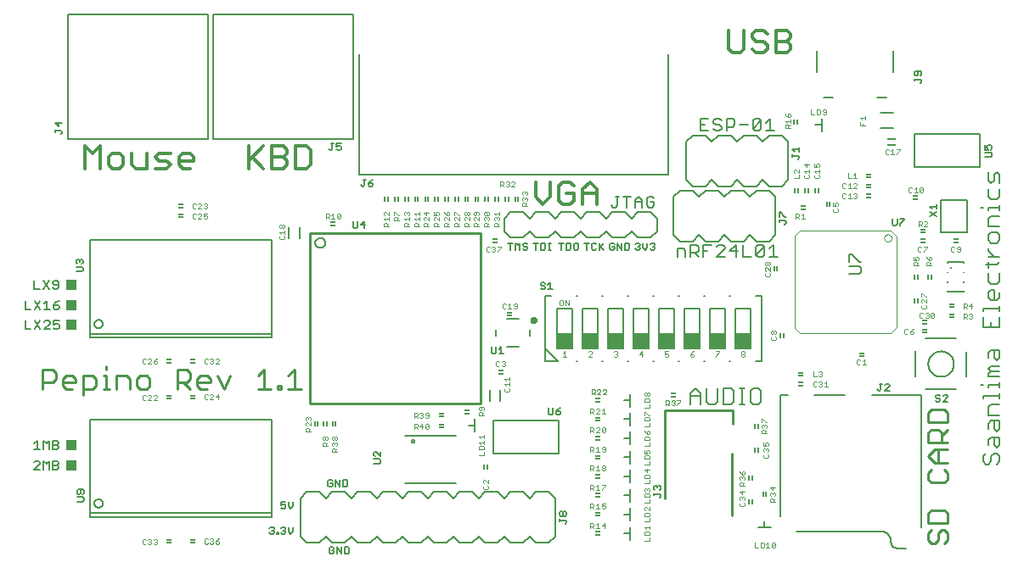
<source format=gto>
G75*
G70*
%OFA0B0*%
%FSLAX24Y24*%
%IPPOS*%
%LPD*%
%AMOC8*
5,1,8,0,0,1.08239X$1,22.5*
%
%ADD10C,0.0070*%
%ADD11C,0.0100*%
%ADD12C,0.0120*%
%ADD13C,0.0050*%
%ADD14C,0.0080*%
%ADD15C,0.0060*%
%ADD16R,0.0394X0.0394*%
%ADD17C,0.0040*%
%ADD18C,0.0039*%
%ADD19R,0.0240X0.0080*%
%ADD20R,0.0080X0.0240*%
%ADD21C,0.0118*%
%ADD22R,0.0080X0.0512*%
%ADD23R,0.0354X0.0080*%
%ADD24C,0.0020*%
%ADD25R,0.0591X0.0591*%
D10*
X026445Y013716D02*
X026445Y014043D01*
X026690Y014043D01*
X026772Y013962D01*
X026772Y013716D01*
X026960Y013716D02*
X026960Y014207D01*
X027206Y014207D01*
X027287Y014125D01*
X027287Y013962D01*
X027206Y013880D01*
X026960Y013880D01*
X027124Y013880D02*
X027287Y013716D01*
X027476Y013716D02*
X027476Y014207D01*
X027803Y014207D01*
X027992Y014125D02*
X028073Y014207D01*
X028237Y014207D01*
X028319Y014125D01*
X028319Y014043D01*
X027992Y013716D01*
X028319Y013716D01*
X028507Y013962D02*
X028834Y013962D01*
X028753Y013716D02*
X028753Y014207D01*
X028507Y013962D01*
X029023Y014207D02*
X029023Y013716D01*
X029350Y013716D01*
X029539Y013798D02*
X029539Y014125D01*
X029620Y014207D01*
X029784Y014207D01*
X029866Y014125D01*
X029539Y013798D01*
X029620Y013716D01*
X029784Y013716D01*
X029866Y013798D01*
X029866Y014125D01*
X030054Y014043D02*
X030218Y014207D01*
X030218Y013716D01*
X030381Y013716D02*
X030054Y013716D01*
X027640Y013962D02*
X027476Y013962D01*
X027350Y018677D02*
X027677Y018677D01*
X027866Y018759D02*
X027948Y018677D01*
X028111Y018677D01*
X028193Y018759D01*
X028193Y018840D01*
X028111Y018922D01*
X027948Y018922D01*
X027866Y019004D01*
X027866Y019086D01*
X027948Y019167D01*
X028111Y019167D01*
X028193Y019086D01*
X028382Y019167D02*
X028382Y018677D01*
X028382Y018840D02*
X028627Y018840D01*
X028709Y018922D01*
X028709Y019086D01*
X028627Y019167D01*
X028382Y019167D01*
X028897Y018922D02*
X029224Y018922D01*
X029413Y018759D02*
X029413Y019086D01*
X029495Y019167D01*
X029658Y019167D01*
X029740Y019086D01*
X029413Y018759D01*
X029495Y018677D01*
X029658Y018677D01*
X029740Y018759D01*
X029740Y019086D01*
X029929Y019004D02*
X030092Y019167D01*
X030092Y018677D01*
X029929Y018677D02*
X030255Y018677D01*
X027677Y019167D02*
X027350Y019167D01*
X027350Y018677D01*
X027350Y018922D02*
X027514Y018922D01*
D11*
X018733Y014666D02*
X012040Y014666D01*
X012040Y007973D01*
X018733Y007973D01*
X018733Y014666D01*
X011427Y009295D02*
X011427Y008534D01*
X011680Y008534D02*
X011173Y008534D01*
X010904Y008534D02*
X010904Y008661D01*
X010777Y008661D01*
X010777Y008534D01*
X010904Y008534D01*
X010492Y008534D02*
X009985Y008534D01*
X010239Y008534D02*
X010239Y009295D01*
X009985Y009042D01*
X008909Y009042D02*
X008655Y008534D01*
X008402Y009042D01*
X008117Y008915D02*
X008117Y008788D01*
X007610Y008788D01*
X007610Y008661D02*
X007610Y008915D01*
X007736Y009042D01*
X007990Y009042D01*
X008117Y008915D01*
X007736Y008534D02*
X007610Y008661D01*
X007736Y008534D02*
X007990Y008534D01*
X007325Y008534D02*
X007071Y008788D01*
X007198Y008788D02*
X006818Y008788D01*
X006818Y008534D02*
X006818Y009295D01*
X007198Y009295D01*
X007325Y009168D01*
X007325Y008915D01*
X007198Y008788D01*
X005741Y008661D02*
X005614Y008534D01*
X005361Y008534D01*
X005234Y008661D01*
X005234Y008915D01*
X005361Y009042D01*
X005614Y009042D01*
X005741Y008915D01*
X005741Y008661D01*
X004949Y008534D02*
X004949Y008915D01*
X004822Y009042D01*
X004442Y009042D01*
X004442Y008534D01*
X004168Y008534D02*
X003914Y008534D01*
X004041Y008534D02*
X004041Y009042D01*
X003914Y009042D01*
X004041Y009295D02*
X004041Y009422D01*
X003629Y008915D02*
X003503Y009042D01*
X003122Y009042D01*
X003122Y008281D01*
X003122Y008534D02*
X003503Y008534D01*
X003629Y008661D01*
X003629Y008915D01*
X002838Y008915D02*
X002838Y008788D01*
X002330Y008788D01*
X002330Y008661D02*
X002330Y008915D01*
X002457Y009042D01*
X002711Y009042D01*
X002838Y008915D01*
X002711Y008534D02*
X002457Y008534D01*
X002330Y008661D01*
X002046Y008915D02*
X001919Y008788D01*
X001539Y008788D01*
X001539Y008534D02*
X001539Y009295D01*
X001919Y009295D01*
X002046Y009168D01*
X002046Y008915D01*
X011173Y009042D02*
X011427Y009295D01*
X025965Y007688D02*
X025965Y004228D01*
X028595Y003558D02*
X028595Y005978D01*
X028615Y007168D02*
X028615Y007688D01*
X025965Y007688D01*
X036308Y007603D02*
X036308Y007223D01*
X037069Y007223D01*
X037069Y007603D01*
X036942Y007730D01*
X036435Y007730D01*
X036308Y007603D01*
X036435Y006938D02*
X036688Y006938D01*
X036815Y006811D01*
X036815Y006431D01*
X036815Y006684D02*
X037069Y006938D01*
X037069Y006431D02*
X036308Y006431D01*
X036308Y006811D01*
X036435Y006938D01*
X036561Y006146D02*
X037069Y006146D01*
X036688Y006146D02*
X036688Y005639D01*
X036561Y005639D02*
X036308Y005893D01*
X036561Y006146D01*
X036561Y005639D02*
X037069Y005639D01*
X036942Y005354D02*
X037069Y005227D01*
X037069Y004974D01*
X036942Y004847D01*
X036435Y004847D01*
X036308Y004974D01*
X036308Y005227D01*
X036435Y005354D01*
X036435Y003770D02*
X036308Y003644D01*
X036308Y003263D01*
X037069Y003263D01*
X037069Y003644D01*
X036942Y003770D01*
X036435Y003770D01*
X036435Y002979D02*
X036308Y002852D01*
X036308Y002598D01*
X036435Y002471D01*
X036561Y002471D01*
X036688Y002598D01*
X036688Y002852D01*
X036815Y002979D01*
X036942Y002979D01*
X037069Y002852D01*
X037069Y002598D01*
X036942Y002471D01*
D12*
X023308Y015789D02*
X023308Y016376D01*
X023014Y016669D01*
X022721Y016376D01*
X022721Y015789D01*
X022387Y015935D02*
X022387Y016229D01*
X022094Y016229D01*
X022387Y016523D02*
X022240Y016669D01*
X021947Y016669D01*
X021800Y016523D01*
X021800Y015935D01*
X021947Y015789D01*
X022240Y015789D01*
X022387Y015935D01*
X022721Y016229D02*
X023308Y016229D01*
X021466Y016082D02*
X021173Y015789D01*
X020879Y016082D01*
X020879Y016669D01*
X021466Y016669D02*
X021466Y016082D01*
X028471Y021904D02*
X028618Y021757D01*
X028912Y021757D01*
X029058Y021904D01*
X029058Y022638D01*
X029392Y022491D02*
X029392Y022344D01*
X029539Y022197D01*
X029832Y022197D01*
X029979Y022051D01*
X029979Y021904D01*
X029832Y021757D01*
X029539Y021757D01*
X029392Y021904D01*
X029392Y022491D02*
X029539Y022638D01*
X029832Y022638D01*
X029979Y022491D01*
X030313Y022638D02*
X030753Y022638D01*
X030900Y022491D01*
X030900Y022344D01*
X030753Y022197D01*
X030313Y022197D01*
X030313Y021757D02*
X030753Y021757D01*
X030900Y021904D01*
X030900Y022051D01*
X030753Y022197D01*
X030313Y021757D02*
X030313Y022638D01*
X028471Y022638D02*
X028471Y021904D01*
X012048Y017940D02*
X012048Y017353D01*
X011901Y017206D01*
X011461Y017206D01*
X011461Y018087D01*
X011901Y018087D01*
X012048Y017940D01*
X011127Y017940D02*
X011127Y017793D01*
X010981Y017646D01*
X010540Y017646D01*
X010540Y017206D02*
X010540Y018087D01*
X010981Y018087D01*
X011127Y017940D01*
X010981Y017646D02*
X011127Y017499D01*
X011127Y017353D01*
X010981Y017206D01*
X010540Y017206D01*
X010207Y017206D02*
X009766Y017646D01*
X009619Y017499D02*
X010207Y018087D01*
X009619Y018087D02*
X009619Y017206D01*
X007472Y017499D02*
X006885Y017499D01*
X006885Y017353D02*
X006885Y017646D01*
X007032Y017793D01*
X007326Y017793D01*
X007472Y017646D01*
X007472Y017499D01*
X007326Y017206D02*
X007032Y017206D01*
X006885Y017353D01*
X006552Y017353D02*
X006405Y017206D01*
X005964Y017206D01*
X006111Y017499D02*
X005964Y017646D01*
X006111Y017793D01*
X006552Y017793D01*
X006405Y017499D02*
X006111Y017499D01*
X006405Y017499D02*
X006552Y017353D01*
X005631Y017206D02*
X005631Y017793D01*
X005631Y017206D02*
X005190Y017206D01*
X005044Y017353D01*
X005044Y017793D01*
X004710Y017646D02*
X004710Y017353D01*
X004563Y017206D01*
X004270Y017206D01*
X004123Y017353D01*
X004123Y017646D01*
X004270Y017793D01*
X004563Y017793D01*
X004710Y017646D01*
X003789Y017206D02*
X003789Y018087D01*
X003496Y017793D01*
X003202Y018087D01*
X003202Y017206D01*
D13*
X002245Y018549D02*
X002290Y018594D01*
X002290Y018639D01*
X002245Y018684D01*
X002020Y018684D01*
X002020Y018639D02*
X002020Y018729D01*
X002155Y018844D02*
X002155Y019024D01*
X002020Y018979D02*
X002155Y018844D01*
X002290Y018979D02*
X002020Y018979D01*
X002892Y013630D02*
X002937Y013630D01*
X002982Y013585D01*
X003027Y013630D01*
X003072Y013630D01*
X003117Y013585D01*
X003117Y013495D01*
X003072Y013450D01*
X003072Y013335D02*
X002847Y013335D01*
X002892Y013450D02*
X002847Y013495D01*
X002847Y013585D01*
X002892Y013630D01*
X002982Y013585D02*
X002982Y013540D01*
X003072Y013335D02*
X003117Y013290D01*
X003117Y013200D01*
X003072Y013155D01*
X002847Y013155D01*
X012236Y014272D02*
X012238Y014299D01*
X012244Y014326D01*
X012253Y014352D01*
X012266Y014376D01*
X012282Y014399D01*
X012301Y014418D01*
X012323Y014435D01*
X012347Y014449D01*
X012372Y014459D01*
X012399Y014466D01*
X012426Y014469D01*
X012454Y014468D01*
X012481Y014463D01*
X012507Y014455D01*
X012531Y014443D01*
X012554Y014427D01*
X012575Y014409D01*
X012592Y014388D01*
X012607Y014364D01*
X012618Y014339D01*
X012626Y014313D01*
X012630Y014286D01*
X012630Y014258D01*
X012626Y014231D01*
X012618Y014205D01*
X012607Y014180D01*
X012592Y014156D01*
X012575Y014135D01*
X012554Y014117D01*
X012532Y014101D01*
X012507Y014089D01*
X012481Y014081D01*
X012454Y014076D01*
X012426Y014075D01*
X012399Y014078D01*
X012372Y014085D01*
X012347Y014095D01*
X012323Y014109D01*
X012301Y014126D01*
X012282Y014145D01*
X012266Y014168D01*
X012253Y014192D01*
X012244Y014218D01*
X012238Y014245D01*
X012236Y014272D01*
X013718Y014893D02*
X013763Y014848D01*
X013853Y014848D01*
X013898Y014893D01*
X013898Y015118D01*
X014013Y014983D02*
X014193Y014983D01*
X014148Y014848D02*
X014148Y015118D01*
X014013Y014983D01*
X013718Y014893D02*
X013718Y015118D01*
X014080Y016497D02*
X014125Y016497D01*
X014170Y016542D01*
X014170Y016767D01*
X014125Y016767D02*
X014215Y016767D01*
X014329Y016632D02*
X014329Y016542D01*
X014374Y016497D01*
X014464Y016497D01*
X014509Y016542D01*
X014509Y016587D01*
X014464Y016632D01*
X014329Y016632D01*
X014419Y016722D01*
X014509Y016767D01*
X014080Y016497D02*
X014035Y016542D01*
X013204Y017914D02*
X013114Y017914D01*
X013069Y017959D01*
X013069Y018049D02*
X013159Y018094D01*
X013204Y018094D01*
X013249Y018049D01*
X013249Y017959D01*
X013204Y017914D01*
X013069Y018049D02*
X013069Y018184D01*
X013249Y018184D01*
X012955Y018184D02*
X012865Y018184D01*
X012910Y018184D02*
X012910Y017959D01*
X012865Y017914D01*
X012820Y017914D01*
X012775Y017959D01*
X019802Y014267D02*
X019983Y014267D01*
X019892Y014267D02*
X019892Y013997D01*
X020097Y013997D02*
X020097Y014267D01*
X020187Y014177D01*
X020277Y014267D01*
X020277Y013997D01*
X020392Y014042D02*
X020437Y013997D01*
X020527Y013997D01*
X020572Y014042D01*
X020572Y014087D01*
X020527Y014132D01*
X020437Y014132D01*
X020392Y014177D01*
X020392Y014222D01*
X020437Y014267D01*
X020527Y014267D01*
X020572Y014222D01*
X020802Y014267D02*
X020983Y014267D01*
X020892Y014267D02*
X020892Y013997D01*
X021097Y013997D02*
X021097Y014267D01*
X021232Y014267D01*
X021277Y014222D01*
X021277Y014042D01*
X021232Y013997D01*
X021097Y013997D01*
X021392Y013997D02*
X021482Y013997D01*
X021437Y013997D02*
X021437Y014267D01*
X021392Y014267D02*
X021482Y014267D01*
X021802Y014267D02*
X021983Y014267D01*
X021892Y014267D02*
X021892Y013997D01*
X022097Y013997D02*
X022232Y013997D01*
X022277Y014042D01*
X022277Y014222D01*
X022232Y014267D01*
X022097Y014267D01*
X022097Y013997D01*
X022392Y014042D02*
X022437Y013997D01*
X022527Y013997D01*
X022572Y014042D01*
X022572Y014222D01*
X022527Y014267D01*
X022437Y014267D01*
X022392Y014222D01*
X022392Y014042D01*
X022802Y014267D02*
X022983Y014267D01*
X022892Y014267D02*
X022892Y013997D01*
X023097Y014042D02*
X023142Y013997D01*
X023232Y013997D01*
X023277Y014042D01*
X023392Y014087D02*
X023572Y014267D01*
X023392Y014267D02*
X023392Y013997D01*
X023437Y014132D02*
X023572Y013997D01*
X023802Y014042D02*
X023847Y013997D01*
X023938Y013997D01*
X023983Y014042D01*
X023983Y014132D01*
X023892Y014132D01*
X023802Y014222D02*
X023802Y014042D01*
X023802Y014222D02*
X023847Y014267D01*
X023938Y014267D01*
X023983Y014222D01*
X024097Y014267D02*
X024097Y013997D01*
X024277Y013997D02*
X024097Y014267D01*
X024277Y014267D02*
X024277Y013997D01*
X024392Y013997D02*
X024527Y013997D01*
X024572Y014042D01*
X024572Y014222D01*
X024527Y014267D01*
X024392Y014267D01*
X024392Y013997D01*
X024802Y014042D02*
X024847Y013997D01*
X024938Y013997D01*
X024983Y014042D01*
X024983Y014087D01*
X024938Y014132D01*
X024892Y014132D01*
X024938Y014132D02*
X024983Y014177D01*
X024983Y014222D01*
X024938Y014267D01*
X024847Y014267D01*
X024802Y014222D01*
X025097Y014267D02*
X025097Y014087D01*
X025187Y013997D01*
X025277Y014087D01*
X025277Y014267D01*
X025392Y014222D02*
X025437Y014267D01*
X025527Y014267D01*
X025572Y014222D01*
X025572Y014177D01*
X025527Y014132D01*
X025572Y014087D01*
X025572Y014042D01*
X025527Y013997D01*
X025437Y013997D01*
X025392Y014042D01*
X025482Y014132D02*
X025527Y014132D01*
X023277Y014222D02*
X023232Y014267D01*
X023142Y014267D01*
X023097Y014222D01*
X023097Y014042D01*
X021465Y012717D02*
X021465Y012446D01*
X021375Y012446D02*
X021555Y012446D01*
X021375Y012627D02*
X021465Y012717D01*
X021261Y012672D02*
X021216Y012717D01*
X021126Y012717D01*
X021081Y012672D01*
X021081Y012627D01*
X021126Y012582D01*
X021216Y012582D01*
X021261Y012537D01*
X021261Y012492D01*
X021216Y012446D01*
X021126Y012446D01*
X021081Y012492D01*
X020808Y011232D02*
X020810Y011238D01*
X020814Y011242D01*
X020821Y011243D01*
X020826Y011240D01*
X020830Y011235D01*
X020830Y011229D01*
X020826Y011224D01*
X020821Y011221D01*
X020814Y011222D01*
X020810Y011226D01*
X020808Y011232D01*
X020762Y011232D02*
X020764Y011247D01*
X020770Y011260D01*
X020779Y011272D01*
X020790Y011281D01*
X020804Y011287D01*
X020819Y011289D01*
X020834Y011287D01*
X020847Y011281D01*
X020859Y011272D01*
X020868Y011261D01*
X020874Y011247D01*
X020876Y011232D01*
X020874Y011217D01*
X020868Y011204D01*
X020859Y011192D01*
X020848Y011183D01*
X020834Y011177D01*
X020819Y011175D01*
X020804Y011177D01*
X020791Y011183D01*
X020779Y011192D01*
X020770Y011203D01*
X020764Y011217D01*
X020762Y011232D01*
X020715Y011232D02*
X020717Y011252D01*
X020722Y011271D01*
X020732Y011288D01*
X020744Y011304D01*
X020759Y011317D01*
X020776Y011327D01*
X020794Y011333D01*
X020814Y011336D01*
X020834Y011335D01*
X020853Y011330D01*
X020871Y011322D01*
X020887Y011311D01*
X020901Y011296D01*
X020911Y011280D01*
X020919Y011261D01*
X020923Y011242D01*
X020923Y011222D01*
X020919Y011203D01*
X020911Y011184D01*
X020901Y011168D01*
X020887Y011153D01*
X020871Y011142D01*
X020853Y011134D01*
X020834Y011129D01*
X020814Y011128D01*
X020794Y011131D01*
X020776Y011137D01*
X020759Y011147D01*
X020744Y011160D01*
X020732Y011176D01*
X020722Y011193D01*
X020717Y011212D01*
X020715Y011232D01*
X019537Y010192D02*
X019447Y010102D01*
X019537Y010192D02*
X019537Y009922D01*
X019447Y009922D02*
X019627Y009922D01*
X019333Y009967D02*
X019333Y010192D01*
X019153Y010192D02*
X019153Y009967D01*
X019198Y009922D01*
X019288Y009922D01*
X019333Y009967D01*
X021395Y007795D02*
X021395Y007570D01*
X021441Y007525D01*
X021531Y007525D01*
X021576Y007570D01*
X021576Y007795D01*
X021690Y007660D02*
X021825Y007660D01*
X021870Y007615D01*
X021870Y007570D01*
X021825Y007525D01*
X021735Y007525D01*
X021690Y007570D01*
X021690Y007660D01*
X021780Y007750D01*
X021870Y007795D01*
X025524Y004687D02*
X025569Y004732D01*
X025614Y004732D01*
X025659Y004687D01*
X025704Y004732D01*
X025749Y004732D01*
X025794Y004687D01*
X025794Y004597D01*
X025749Y004552D01*
X025659Y004642D02*
X025659Y004687D01*
X025524Y004687D02*
X025524Y004597D01*
X025569Y004552D01*
X025524Y004438D02*
X025524Y004348D01*
X025524Y004393D02*
X025749Y004393D01*
X025794Y004348D01*
X025794Y004303D01*
X025749Y004258D01*
X022099Y003665D02*
X022099Y003575D01*
X022054Y003530D01*
X022008Y003530D01*
X021963Y003575D01*
X021963Y003665D01*
X022008Y003710D01*
X022054Y003710D01*
X022099Y003665D01*
X021963Y003665D02*
X021918Y003710D01*
X021873Y003710D01*
X021828Y003665D01*
X021828Y003575D01*
X021873Y003530D01*
X021918Y003530D01*
X021963Y003575D01*
X021828Y003415D02*
X021828Y003325D01*
X021828Y003370D02*
X022054Y003370D01*
X022099Y003325D01*
X022099Y003280D01*
X022054Y003235D01*
X014810Y005641D02*
X014810Y005731D01*
X014765Y005776D01*
X014540Y005776D01*
X014585Y005891D02*
X014540Y005936D01*
X014540Y006026D01*
X014585Y006071D01*
X014630Y006071D01*
X014810Y005891D01*
X014810Y006071D01*
X014810Y005641D02*
X014765Y005596D01*
X014540Y005596D01*
X013504Y004916D02*
X013504Y004736D01*
X013458Y004691D01*
X013323Y004691D01*
X013323Y004961D01*
X013458Y004961D01*
X013504Y004916D01*
X013209Y004961D02*
X013209Y004691D01*
X013029Y004961D01*
X013029Y004691D01*
X012914Y004736D02*
X012914Y004826D01*
X012824Y004826D01*
X012734Y004916D02*
X012734Y004736D01*
X012779Y004691D01*
X012869Y004691D01*
X012914Y004736D01*
X012914Y004916D02*
X012869Y004961D01*
X012779Y004961D01*
X012734Y004916D01*
X011360Y004090D02*
X011360Y003909D01*
X011270Y003819D01*
X011180Y003909D01*
X011180Y004090D01*
X011065Y004090D02*
X010885Y004090D01*
X010885Y003955D01*
X010975Y004000D01*
X011020Y004000D01*
X011065Y003955D01*
X011065Y003864D01*
X011020Y003819D01*
X010930Y003819D01*
X010885Y003864D01*
X010930Y003105D02*
X011020Y003105D01*
X011065Y003060D01*
X011065Y003015D01*
X011020Y002970D01*
X011065Y002925D01*
X011065Y002880D01*
X011020Y002835D01*
X010930Y002835D01*
X010885Y002880D01*
X010783Y002880D02*
X010783Y002835D01*
X010738Y002835D01*
X010738Y002880D01*
X010783Y002880D01*
X010623Y002880D02*
X010578Y002835D01*
X010488Y002835D01*
X010443Y002880D01*
X010533Y002970D02*
X010578Y002970D01*
X010623Y002925D01*
X010623Y002880D01*
X010578Y002970D02*
X010623Y003015D01*
X010623Y003060D01*
X010578Y003105D01*
X010488Y003105D01*
X010443Y003060D01*
X010885Y003060D02*
X010930Y003105D01*
X010975Y002970D02*
X011020Y002970D01*
X011180Y002925D02*
X011270Y002835D01*
X011360Y002925D01*
X011360Y003105D01*
X011180Y003105D02*
X011180Y002925D01*
X012795Y002273D02*
X012795Y002093D01*
X012840Y002048D01*
X012930Y002048D01*
X012975Y002093D01*
X012975Y002183D01*
X012885Y002183D01*
X012795Y002273D02*
X012840Y002318D01*
X012930Y002318D01*
X012975Y002273D01*
X013090Y002318D02*
X013270Y002048D01*
X013270Y002318D01*
X013384Y002318D02*
X013519Y002318D01*
X013564Y002273D01*
X013564Y002093D01*
X013519Y002048D01*
X013384Y002048D01*
X013384Y002318D01*
X013090Y002318D02*
X013090Y002048D01*
X003156Y004145D02*
X003111Y004100D01*
X002886Y004100D01*
X002886Y004280D02*
X003111Y004280D01*
X003156Y004235D01*
X003156Y004145D01*
X003111Y004395D02*
X003156Y004440D01*
X003156Y004530D01*
X003111Y004575D01*
X002931Y004575D01*
X002886Y004530D01*
X002886Y004440D01*
X002931Y004395D01*
X002976Y004395D01*
X003021Y004440D01*
X003021Y004575D01*
X030450Y015097D02*
X030450Y015187D01*
X030450Y015142D02*
X030676Y015142D01*
X030721Y015097D01*
X030721Y015052D01*
X030676Y015007D01*
X030676Y015301D02*
X030495Y015482D01*
X030450Y015482D01*
X030450Y015301D01*
X030676Y015301D02*
X030721Y015301D01*
X031187Y017566D02*
X031232Y017611D01*
X031232Y017656D01*
X031187Y017701D01*
X030962Y017701D01*
X030962Y017656D02*
X030962Y017746D01*
X031052Y017861D02*
X030962Y017951D01*
X031232Y017951D01*
X031232Y017861D02*
X031232Y018041D01*
X034899Y015236D02*
X034899Y015011D01*
X034944Y014966D01*
X035035Y014966D01*
X035080Y015011D01*
X035080Y015236D01*
X035194Y015236D02*
X035374Y015236D01*
X035374Y015191D01*
X035194Y015011D01*
X035194Y014966D01*
X036356Y015322D02*
X036626Y015502D01*
X036626Y015616D02*
X036626Y015797D01*
X036626Y015706D02*
X036356Y015706D01*
X036446Y015616D01*
X036356Y015502D02*
X036626Y015322D01*
X036804Y014705D02*
X036804Y015965D01*
X037827Y015965D01*
X037827Y014705D01*
X036804Y014705D01*
X037050Y013524D02*
X037050Y013484D01*
X037050Y013524D02*
X037680Y013524D01*
X037680Y013484D01*
X037680Y013130D02*
X037680Y013110D01*
X037680Y012756D02*
X037680Y012736D01*
X037050Y012736D02*
X037050Y012756D01*
X037050Y013110D02*
X037050Y013130D01*
X037050Y012382D02*
X037050Y012343D01*
X037680Y012343D01*
X037680Y012382D01*
X034739Y008740D02*
X034649Y008740D01*
X034604Y008695D01*
X034489Y008740D02*
X034399Y008740D01*
X034444Y008740D02*
X034444Y008515D01*
X034399Y008470D01*
X034354Y008470D01*
X034309Y008515D01*
X034604Y008470D02*
X034784Y008650D01*
X034784Y008695D01*
X034739Y008740D01*
X034784Y008470D02*
X034604Y008470D01*
X036594Y008257D02*
X036594Y008212D01*
X036639Y008167D01*
X036729Y008167D01*
X036774Y008122D01*
X036774Y008077D01*
X036729Y008032D01*
X036639Y008032D01*
X036594Y008077D01*
X036594Y008257D02*
X036639Y008302D01*
X036729Y008302D01*
X036774Y008257D01*
X036888Y008257D02*
X036933Y008302D01*
X037023Y008302D01*
X037068Y008257D01*
X037068Y008212D01*
X036888Y008032D01*
X037068Y008032D01*
X038521Y017645D02*
X038746Y017645D01*
X038791Y017690D01*
X038791Y017780D01*
X038746Y017825D01*
X038521Y017825D01*
X038521Y017939D02*
X038656Y017939D01*
X038611Y018029D01*
X038611Y018074D01*
X038656Y018119D01*
X038746Y018119D01*
X038791Y018074D01*
X038791Y017984D01*
X038746Y017939D01*
X038521Y017939D02*
X038521Y018119D01*
X036031Y020602D02*
X036031Y020647D01*
X035985Y020692D01*
X035760Y020692D01*
X035760Y020647D02*
X035760Y020737D01*
X035805Y020851D02*
X035850Y020851D01*
X035895Y020896D01*
X035895Y021032D01*
X035985Y021032D02*
X035805Y021032D01*
X035760Y020986D01*
X035760Y020896D01*
X035805Y020851D01*
X035985Y020851D02*
X036031Y020896D01*
X036031Y020986D01*
X035985Y021032D01*
X036031Y020602D02*
X035985Y020557D01*
D14*
X003378Y003652D02*
X003378Y003494D01*
X010544Y003494D01*
X010544Y003652D01*
X003378Y003652D01*
X003378Y007333D01*
X010544Y007333D01*
X010544Y003652D01*
X016017Y006478D02*
X016019Y006493D01*
X016025Y006506D01*
X016034Y006518D01*
X016045Y006527D01*
X016059Y006533D01*
X016074Y006535D01*
X016089Y006533D01*
X016102Y006527D01*
X016114Y006518D01*
X016123Y006507D01*
X016129Y006493D01*
X016131Y006478D01*
X016129Y006463D01*
X016123Y006450D01*
X016114Y006438D01*
X016103Y006429D01*
X016089Y006423D01*
X016074Y006421D01*
X016059Y006423D01*
X016046Y006429D01*
X016034Y006438D01*
X016025Y006449D01*
X016019Y006463D01*
X016017Y006478D01*
X018253Y007107D02*
X018503Y007107D01*
X018503Y007357D01*
X018503Y007107D02*
X018503Y006857D01*
X019214Y007284D02*
X021794Y007284D01*
X021794Y005984D01*
X019214Y005984D01*
X019214Y007284D01*
X021267Y009636D02*
X021759Y009636D01*
X021277Y010118D01*
X021722Y010118D02*
X021722Y011693D01*
X022312Y011693D01*
X022312Y010118D01*
X021722Y010118D01*
X021759Y009636D02*
X021486Y009636D01*
X021267Y009636D02*
X021267Y012175D01*
X021486Y012175D01*
X022486Y012175D02*
X022539Y012175D01*
X022722Y011693D02*
X022722Y010118D01*
X023312Y010118D01*
X023312Y011693D01*
X022722Y011693D01*
X023486Y012175D02*
X023539Y012175D01*
X023722Y011693D02*
X023722Y010118D01*
X024312Y010118D01*
X024312Y011693D01*
X023722Y011693D01*
X024486Y012175D02*
X024539Y012175D01*
X024722Y011693D02*
X024722Y010118D01*
X025312Y010118D01*
X025312Y011693D01*
X024722Y011693D01*
X025486Y012175D02*
X025539Y012175D01*
X025722Y011693D02*
X025722Y010118D01*
X026312Y010118D01*
X026312Y011693D01*
X025722Y011693D01*
X026486Y012175D02*
X026539Y012175D01*
X026722Y011693D02*
X026722Y010118D01*
X027312Y010118D01*
X027312Y011693D01*
X026722Y011693D01*
X027486Y012175D02*
X027539Y012175D01*
X027722Y011693D02*
X027722Y010118D01*
X028312Y010118D01*
X028312Y011693D01*
X027722Y011693D01*
X028486Y012175D02*
X028539Y012175D01*
X028722Y011693D02*
X028722Y010118D01*
X029312Y010118D01*
X029312Y011693D01*
X028722Y011693D01*
X029539Y012175D02*
X029757Y012175D01*
X029757Y009636D01*
X029539Y009636D01*
X028539Y009636D02*
X028486Y009636D01*
X027539Y009636D02*
X027486Y009636D01*
X026539Y009636D02*
X026486Y009636D01*
X025539Y009636D02*
X025486Y009636D01*
X024539Y009636D02*
X024486Y009636D01*
X023539Y009636D02*
X023486Y009636D01*
X022539Y009636D02*
X022486Y009636D01*
X020662Y010610D02*
X020662Y010847D01*
X020229Y011280D02*
X019756Y011280D01*
X019323Y010847D02*
X019323Y010610D01*
X019756Y010177D02*
X020229Y010177D01*
X024356Y008091D02*
X024606Y008091D01*
X024606Y008341D01*
X024606Y008091D02*
X024606Y007841D01*
X024606Y007593D02*
X024606Y007343D01*
X024356Y007343D01*
X024606Y007343D02*
X024606Y007093D01*
X024606Y006845D02*
X024606Y006595D01*
X024356Y006595D01*
X024606Y006595D02*
X024606Y006345D01*
X024606Y006097D02*
X024606Y005847D01*
X024356Y005847D01*
X024606Y005847D02*
X024606Y005597D01*
X024606Y005349D02*
X024606Y005099D01*
X024356Y005099D01*
X024606Y005099D02*
X024606Y004849D01*
X024606Y004601D02*
X024606Y004351D01*
X024356Y004351D01*
X024606Y004351D02*
X024606Y004101D01*
X024606Y003853D02*
X024606Y003603D01*
X024356Y003603D01*
X024606Y003603D02*
X024606Y003353D01*
X024606Y003105D02*
X024606Y002855D01*
X024356Y002855D01*
X024606Y002855D02*
X024606Y002605D01*
X029624Y003084D02*
X029874Y003084D01*
X029874Y003334D01*
X029874Y003084D02*
X030124Y003084D01*
X030504Y003526D02*
X030504Y008290D01*
X030780Y008290D01*
X029739Y008451D02*
X029739Y008037D01*
X029635Y007934D01*
X029428Y007934D01*
X029325Y008037D01*
X029325Y008451D01*
X029428Y008554D01*
X029635Y008554D01*
X029739Y008451D01*
X029102Y008554D02*
X028895Y008554D01*
X028999Y008554D02*
X028999Y007934D01*
X029102Y007934D02*
X028895Y007934D01*
X028664Y008037D02*
X028664Y008451D01*
X028561Y008554D01*
X028251Y008554D01*
X028251Y007934D01*
X028561Y007934D01*
X028664Y008037D01*
X028020Y008037D02*
X028020Y008554D01*
X027606Y008554D02*
X027606Y008037D01*
X027710Y007934D01*
X027916Y007934D01*
X028020Y008037D01*
X027375Y007934D02*
X027375Y008348D01*
X027168Y008554D01*
X026962Y008348D01*
X026962Y007934D01*
X026962Y008244D02*
X027375Y008244D01*
X031843Y008290D02*
X033024Y008290D01*
X034087Y008290D02*
X036016Y008290D01*
X036016Y003093D01*
X035111Y002266D02*
X035079Y002265D01*
X035048Y002269D01*
X035017Y002276D01*
X034987Y002287D01*
X034959Y002301D01*
X034933Y002319D01*
X034909Y002340D01*
X034888Y002364D01*
X034870Y002390D01*
X034856Y002418D01*
X034845Y002448D01*
X034838Y002479D01*
X034834Y002510D01*
X034835Y002542D01*
X035111Y002266D02*
X035426Y002266D01*
X034835Y002542D02*
X034832Y002580D01*
X034826Y002618D01*
X034816Y002655D01*
X034802Y002691D01*
X034786Y002726D01*
X034766Y002758D01*
X034743Y002789D01*
X034717Y002818D01*
X034688Y002844D01*
X034657Y002867D01*
X034625Y002887D01*
X034590Y002903D01*
X034554Y002917D01*
X034517Y002927D01*
X034479Y002933D01*
X034441Y002936D01*
X034441Y002935D02*
X031134Y002935D01*
X038466Y005675D02*
X038569Y005572D01*
X038673Y005572D01*
X038776Y005675D01*
X038776Y005882D01*
X038880Y005985D01*
X038983Y005985D01*
X039086Y005882D01*
X039086Y005675D01*
X038983Y005572D01*
X038466Y005675D02*
X038466Y005882D01*
X038569Y005985D01*
X038673Y006320D02*
X038673Y006527D01*
X038776Y006630D01*
X039086Y006630D01*
X039086Y006320D01*
X038983Y006216D01*
X038880Y006320D01*
X038880Y006630D01*
X038983Y006861D02*
X038880Y006964D01*
X038880Y007275D01*
X038776Y007275D02*
X039086Y007275D01*
X039086Y006964D01*
X038983Y006861D01*
X038673Y006964D02*
X038673Y007171D01*
X038776Y007275D01*
X038673Y007505D02*
X038673Y007816D01*
X038776Y007919D01*
X039086Y007919D01*
X039086Y008150D02*
X039086Y008357D01*
X039086Y008253D02*
X038466Y008253D01*
X038466Y008150D01*
X038673Y008580D02*
X038673Y008683D01*
X039086Y008683D01*
X039086Y008580D02*
X039086Y008786D01*
X039086Y009009D02*
X038673Y009009D01*
X038673Y009113D01*
X038776Y009216D01*
X038673Y009320D01*
X038776Y009423D01*
X039086Y009423D01*
X039086Y009216D02*
X038776Y009216D01*
X038983Y009654D02*
X038880Y009757D01*
X038880Y010068D01*
X038776Y010068D02*
X039086Y010068D01*
X039086Y009757D01*
X038983Y009654D01*
X038673Y009757D02*
X038673Y009964D01*
X038776Y010068D01*
X037804Y009996D02*
X037804Y009020D01*
X037410Y008508D02*
X036197Y008508D01*
X035804Y009020D02*
X035804Y010008D01*
X036197Y010508D02*
X037410Y010508D01*
X038466Y010943D02*
X039086Y010943D01*
X039086Y011357D01*
X039086Y011588D02*
X039086Y011794D01*
X039086Y011691D02*
X038466Y011691D01*
X038466Y011588D01*
X038466Y011357D02*
X038466Y010943D01*
X038776Y010943D02*
X038776Y011150D01*
X038776Y012017D02*
X038673Y012121D01*
X038673Y012327D01*
X038776Y012431D01*
X038880Y012431D01*
X038880Y012017D01*
X038983Y012017D02*
X038776Y012017D01*
X038983Y012017D02*
X039086Y012121D01*
X039086Y012327D01*
X038983Y012662D02*
X039086Y012765D01*
X039086Y013075D01*
X038983Y013410D02*
X039086Y013513D01*
X038983Y013410D02*
X038569Y013410D01*
X038673Y013513D02*
X038673Y013306D01*
X038673Y013075D02*
X038673Y012765D01*
X038776Y012662D01*
X038983Y012662D01*
X039086Y013736D02*
X038673Y013736D01*
X038880Y013736D02*
X038673Y013943D01*
X038673Y014046D01*
X038776Y014273D02*
X038983Y014273D01*
X039086Y014377D01*
X039086Y014583D01*
X038983Y014687D01*
X038776Y014687D01*
X038673Y014583D01*
X038673Y014377D01*
X038776Y014273D01*
X038673Y014918D02*
X038673Y015228D01*
X038776Y015331D01*
X039086Y015331D01*
X039086Y015562D02*
X039086Y015769D01*
X039086Y015666D02*
X038673Y015666D01*
X038673Y015562D01*
X038466Y015666D02*
X038362Y015666D01*
X038776Y015992D02*
X038983Y015992D01*
X039086Y016095D01*
X039086Y016406D01*
X039086Y016637D02*
X039086Y016947D01*
X038983Y017050D01*
X038880Y016947D01*
X038880Y016740D01*
X038776Y016637D01*
X038673Y016740D01*
X038673Y017050D01*
X038330Y017244D02*
X035750Y017244D01*
X035750Y018544D01*
X038330Y018544D01*
X038330Y017244D01*
X038673Y016406D02*
X038673Y016095D01*
X038776Y015992D01*
X038673Y014918D02*
X039086Y014918D01*
X034928Y018775D02*
X034428Y018775D01*
X034428Y019375D02*
X034928Y019375D01*
X034648Y020006D02*
X034294Y020006D01*
X034924Y020990D02*
X034924Y021817D01*
X032561Y020006D02*
X032207Y020006D01*
X032125Y019168D02*
X032125Y018918D01*
X031875Y018918D01*
X032125Y018918D02*
X032125Y018668D01*
X031931Y020990D02*
X031931Y021817D01*
X026095Y021705D02*
X026095Y016969D01*
X013969Y016969D01*
X013969Y021705D01*
X013733Y023248D02*
X008221Y023248D01*
X008221Y018366D01*
X013733Y018366D01*
X013733Y023248D01*
X008024Y023248D02*
X002512Y023248D01*
X002512Y018366D01*
X008024Y018366D01*
X008024Y023248D01*
X010544Y014380D02*
X003378Y014380D01*
X003378Y010699D01*
X010544Y010699D01*
X010544Y014380D01*
X010544Y010699D02*
X010544Y010542D01*
X003378Y010542D01*
X003378Y010699D01*
X003566Y011083D02*
X003568Y011108D01*
X003574Y011133D01*
X003583Y011157D01*
X003596Y011179D01*
X003613Y011199D01*
X003632Y011216D01*
X003653Y011230D01*
X003677Y011240D01*
X003701Y011247D01*
X003727Y011250D01*
X003752Y011249D01*
X003777Y011244D01*
X003801Y011235D01*
X003824Y011223D01*
X003844Y011208D01*
X003862Y011189D01*
X003877Y011168D01*
X003888Y011145D01*
X003896Y011121D01*
X003900Y011096D01*
X003900Y011070D01*
X003896Y011045D01*
X003888Y011021D01*
X003877Y010998D01*
X003862Y010977D01*
X003844Y010958D01*
X003824Y010943D01*
X003801Y010931D01*
X003777Y010922D01*
X003752Y010917D01*
X003727Y010916D01*
X003701Y010919D01*
X003677Y010926D01*
X003653Y010936D01*
X003632Y010950D01*
X003613Y010967D01*
X003596Y010987D01*
X003583Y011009D01*
X003574Y011033D01*
X003568Y011058D01*
X003566Y011083D01*
X003566Y004036D02*
X003568Y004061D01*
X003574Y004086D01*
X003583Y004110D01*
X003596Y004132D01*
X003613Y004152D01*
X003632Y004169D01*
X003653Y004183D01*
X003677Y004193D01*
X003701Y004200D01*
X003727Y004203D01*
X003752Y004202D01*
X003777Y004197D01*
X003801Y004188D01*
X003824Y004176D01*
X003844Y004161D01*
X003862Y004142D01*
X003877Y004121D01*
X003888Y004098D01*
X003896Y004074D01*
X003900Y004049D01*
X003900Y004023D01*
X003896Y003998D01*
X003888Y003974D01*
X003877Y003951D01*
X003862Y003930D01*
X003844Y003911D01*
X003824Y003896D01*
X003801Y003884D01*
X003777Y003875D01*
X003752Y003870D01*
X003727Y003869D01*
X003701Y003872D01*
X003677Y003879D01*
X003653Y003889D01*
X003632Y003903D01*
X003613Y003920D01*
X003596Y003940D01*
X003583Y003962D01*
X003574Y003986D01*
X003568Y004011D01*
X003566Y004036D01*
X023873Y015744D02*
X023943Y015674D01*
X024013Y015674D01*
X024083Y015744D01*
X024083Y016095D01*
X024013Y016095D02*
X024154Y016095D01*
X024334Y016095D02*
X024614Y016095D01*
X024474Y016095D02*
X024474Y015674D01*
X024794Y015674D02*
X024794Y015955D01*
X024934Y016095D01*
X025074Y015955D01*
X025074Y015674D01*
X025254Y015744D02*
X025325Y015674D01*
X025465Y015674D01*
X025535Y015744D01*
X025535Y015885D01*
X025395Y015885D01*
X025535Y016025D02*
X025465Y016095D01*
X025325Y016095D01*
X025254Y016025D01*
X025254Y015744D01*
X025074Y015885D02*
X024794Y015885D01*
X036304Y009508D02*
X036306Y009552D01*
X036312Y009596D01*
X036322Y009639D01*
X036335Y009681D01*
X036352Y009722D01*
X036373Y009761D01*
X036397Y009798D01*
X036424Y009833D01*
X036454Y009865D01*
X036487Y009895D01*
X036523Y009921D01*
X036560Y009945D01*
X036600Y009964D01*
X036641Y009981D01*
X036684Y009993D01*
X036727Y010002D01*
X036771Y010007D01*
X036815Y010008D01*
X036859Y010005D01*
X036903Y009998D01*
X036946Y009987D01*
X036988Y009973D01*
X037028Y009955D01*
X037067Y009933D01*
X037103Y009909D01*
X037137Y009881D01*
X037169Y009850D01*
X037198Y009816D01*
X037224Y009780D01*
X037246Y009742D01*
X037265Y009702D01*
X037280Y009660D01*
X037292Y009618D01*
X037300Y009574D01*
X037304Y009530D01*
X037304Y009486D01*
X037300Y009442D01*
X037292Y009398D01*
X037280Y009356D01*
X037265Y009314D01*
X037246Y009274D01*
X037224Y009236D01*
X037198Y009200D01*
X037169Y009166D01*
X037137Y009135D01*
X037103Y009107D01*
X037067Y009083D01*
X037028Y009061D01*
X036988Y009043D01*
X036946Y009029D01*
X036903Y009018D01*
X036859Y009011D01*
X036815Y009008D01*
X036771Y009009D01*
X036727Y009014D01*
X036684Y009023D01*
X036641Y009035D01*
X036600Y009052D01*
X036560Y009071D01*
X036523Y009095D01*
X036487Y009121D01*
X036454Y009151D01*
X036424Y009183D01*
X036397Y009218D01*
X036373Y009255D01*
X036352Y009294D01*
X036335Y009335D01*
X036322Y009377D01*
X036312Y009420D01*
X036306Y009464D01*
X036304Y009508D01*
X038362Y008683D02*
X038466Y008683D01*
X038673Y007505D02*
X039086Y007505D01*
D15*
X033578Y013066D02*
X033211Y013066D01*
X033211Y013360D02*
X033578Y013360D01*
X033651Y013286D01*
X033651Y013140D01*
X033578Y013066D01*
X033578Y013527D02*
X033651Y013527D01*
X033578Y013527D02*
X033285Y013820D01*
X033211Y013820D01*
X033211Y013527D01*
X030300Y014585D02*
X030300Y016085D01*
X030050Y016335D01*
X029550Y016335D01*
X029300Y016085D01*
X029050Y016335D01*
X028550Y016335D01*
X028300Y016085D01*
X028050Y016335D01*
X027550Y016335D01*
X027300Y016085D01*
X027050Y016335D01*
X026550Y016335D01*
X026300Y016085D01*
X026300Y014585D01*
X026550Y014335D01*
X027050Y014335D01*
X027300Y014585D01*
X027550Y014335D01*
X028050Y014335D01*
X028300Y014585D01*
X028550Y014335D01*
X029050Y014335D01*
X029300Y014585D01*
X029550Y014335D01*
X030050Y014335D01*
X030300Y014585D01*
X030550Y016500D02*
X030050Y016500D01*
X029800Y016750D01*
X029550Y016500D01*
X029050Y016500D01*
X028800Y016750D01*
X028550Y016500D01*
X028050Y016500D01*
X027800Y016750D01*
X027550Y016500D01*
X027050Y016500D01*
X026800Y016750D01*
X026800Y018250D01*
X027050Y018500D01*
X027550Y018500D01*
X027800Y018250D01*
X028050Y018500D01*
X028550Y018500D01*
X028800Y018250D01*
X029050Y018500D01*
X029550Y018500D01*
X029800Y018250D01*
X030050Y018500D01*
X030550Y018500D01*
X030800Y018250D01*
X030800Y016750D01*
X030550Y016500D01*
X025650Y015238D02*
X025650Y014738D01*
X025400Y014488D01*
X024900Y014488D01*
X024650Y014738D01*
X024400Y014488D01*
X023900Y014488D01*
X023650Y014738D01*
X023400Y014488D01*
X022900Y014488D01*
X022650Y014738D01*
X022400Y014488D01*
X021900Y014488D01*
X021650Y014738D01*
X021400Y014488D01*
X020900Y014488D01*
X020650Y014738D01*
X020400Y014488D01*
X019900Y014488D01*
X019650Y014738D01*
X019650Y015238D01*
X019900Y015488D01*
X020400Y015488D01*
X020650Y015238D01*
X020900Y015488D01*
X021400Y015488D01*
X021650Y015238D01*
X021900Y015488D01*
X022400Y015488D01*
X022650Y015238D01*
X022900Y015488D01*
X023400Y015488D01*
X023650Y015238D01*
X023900Y015488D01*
X024400Y015488D01*
X024650Y015238D01*
X024900Y015488D01*
X025400Y015488D01*
X025650Y015238D01*
X017764Y006698D02*
X015754Y006698D01*
X015754Y004838D02*
X017764Y004838D01*
X017900Y004488D02*
X017650Y004238D01*
X017400Y004488D01*
X016900Y004488D01*
X016650Y004238D01*
X016400Y004488D01*
X015900Y004488D01*
X015650Y004238D01*
X015400Y004488D01*
X014900Y004488D01*
X014650Y004238D01*
X014400Y004488D01*
X013900Y004488D01*
X013650Y004238D01*
X013400Y004488D01*
X012900Y004488D01*
X012650Y004238D01*
X012400Y004488D01*
X011900Y004488D01*
X011650Y004238D01*
X011650Y002738D01*
X011900Y002488D01*
X012400Y002488D01*
X012650Y002738D01*
X012900Y002488D01*
X013400Y002488D01*
X013650Y002738D01*
X013900Y002488D01*
X014400Y002488D01*
X014650Y002738D01*
X014900Y002488D01*
X015400Y002488D01*
X015650Y002738D01*
X015900Y002488D01*
X016400Y002488D01*
X016650Y002738D01*
X016900Y002488D01*
X017400Y002488D01*
X017650Y002738D01*
X017900Y002488D01*
X018400Y002488D01*
X018650Y002738D01*
X018900Y002488D01*
X019400Y002488D01*
X019650Y002738D01*
X019900Y002488D01*
X020400Y002488D01*
X020650Y002738D01*
X020900Y002488D01*
X021400Y002488D01*
X021650Y002738D01*
X021650Y004238D01*
X021400Y004488D01*
X020900Y004488D01*
X020650Y004238D01*
X020400Y004488D01*
X019900Y004488D01*
X019650Y004238D01*
X019400Y004488D01*
X018900Y004488D01*
X018650Y004238D01*
X018400Y004488D01*
X017900Y004488D01*
X002167Y005422D02*
X002110Y005365D01*
X001940Y005365D01*
X001940Y005705D01*
X002110Y005705D01*
X002167Y005648D01*
X002167Y005592D01*
X002110Y005535D01*
X001940Y005535D01*
X002110Y005535D02*
X002167Y005478D01*
X002167Y005422D01*
X001799Y005365D02*
X001799Y005705D01*
X001685Y005592D01*
X001572Y005705D01*
X001572Y005365D01*
X001430Y005365D02*
X001204Y005365D01*
X001430Y005592D01*
X001430Y005648D01*
X001374Y005705D01*
X001260Y005705D01*
X001204Y005648D01*
X001204Y006152D02*
X001430Y006152D01*
X001317Y006152D02*
X001317Y006493D01*
X001204Y006379D01*
X001572Y006493D02*
X001572Y006152D01*
X001799Y006152D02*
X001799Y006493D01*
X001685Y006379D01*
X001572Y006493D01*
X001940Y006493D02*
X002110Y006493D01*
X002167Y006436D01*
X002167Y006379D01*
X002110Y006322D01*
X001940Y006322D01*
X001940Y006152D02*
X002110Y006152D01*
X002167Y006209D01*
X002167Y006266D01*
X002110Y006322D01*
X001940Y006152D02*
X001940Y006493D01*
X002011Y010877D02*
X001954Y010933D01*
X002011Y010877D02*
X002124Y010877D01*
X002181Y010933D01*
X002181Y011047D01*
X002124Y011104D01*
X002068Y011104D01*
X001954Y011047D01*
X001954Y011217D01*
X002181Y011217D01*
X001813Y011160D02*
X001813Y011104D01*
X001586Y010877D01*
X001813Y010877D01*
X001813Y011160D02*
X001756Y011217D01*
X001643Y011217D01*
X001586Y011160D01*
X001444Y011217D02*
X001218Y010877D01*
X001076Y010877D02*
X000849Y010877D01*
X000849Y011217D01*
X001218Y011217D02*
X001444Y010877D01*
X001444Y011664D02*
X001218Y012004D01*
X001444Y012004D02*
X001218Y011664D01*
X001076Y011664D02*
X000849Y011664D01*
X000849Y012004D01*
X001586Y011891D02*
X001699Y012004D01*
X001699Y011664D01*
X001586Y011664D02*
X001813Y011664D01*
X001954Y011721D02*
X002011Y011664D01*
X002124Y011664D01*
X002181Y011721D01*
X002181Y011778D01*
X002124Y011834D01*
X001954Y011834D01*
X001954Y011721D01*
X001954Y011834D02*
X002068Y011948D01*
X002181Y012004D01*
X002110Y012451D02*
X002167Y012508D01*
X002167Y012735D01*
X002110Y012792D01*
X001997Y012792D01*
X001940Y012735D01*
X001940Y012678D01*
X001997Y012622D01*
X002167Y012622D01*
X002110Y012451D02*
X001997Y012451D01*
X001940Y012508D01*
X001799Y012451D02*
X001572Y012792D01*
X001799Y012792D02*
X001572Y012451D01*
X001430Y012451D02*
X001204Y012451D01*
X001204Y012792D01*
D16*
X002670Y012618D03*
X002670Y011831D03*
X002670Y011044D03*
X002670Y006319D03*
X002670Y005532D03*
D17*
X005452Y008140D02*
X005485Y008107D01*
X005552Y008107D01*
X005585Y008140D01*
X005673Y008107D02*
X005806Y008240D01*
X005806Y008274D01*
X005773Y008307D01*
X005706Y008307D01*
X005673Y008274D01*
X005585Y008274D02*
X005552Y008307D01*
X005485Y008307D01*
X005452Y008274D01*
X005452Y008140D01*
X005673Y008107D02*
X005806Y008107D01*
X005894Y008107D02*
X006027Y008240D01*
X006027Y008274D01*
X005994Y008307D01*
X005927Y008307D01*
X005894Y008274D01*
X005894Y008107D02*
X006027Y008107D01*
X007887Y008144D02*
X007920Y008111D01*
X007987Y008111D01*
X008020Y008144D01*
X008108Y008111D02*
X008241Y008244D01*
X008241Y008278D01*
X008208Y008311D01*
X008141Y008311D01*
X008108Y008278D01*
X008020Y008278D02*
X007987Y008311D01*
X007920Y008311D01*
X007887Y008278D01*
X007887Y008144D01*
X008108Y008111D02*
X008241Y008111D01*
X008329Y008211D02*
X008462Y008211D01*
X008429Y008111D02*
X008429Y008311D01*
X008329Y008211D01*
X008329Y009528D02*
X008462Y009662D01*
X008462Y009695D01*
X008429Y009728D01*
X008362Y009728D01*
X008329Y009695D01*
X008241Y009695D02*
X008241Y009662D01*
X008208Y009628D01*
X008241Y009595D01*
X008241Y009561D01*
X008208Y009528D01*
X008141Y009528D01*
X008108Y009561D01*
X008020Y009561D02*
X007987Y009528D01*
X007920Y009528D01*
X007887Y009561D01*
X007887Y009695D01*
X007920Y009728D01*
X007987Y009728D01*
X008020Y009695D01*
X008108Y009695D02*
X008141Y009728D01*
X008208Y009728D01*
X008241Y009695D01*
X008208Y009628D02*
X008174Y009628D01*
X008329Y009528D02*
X008462Y009528D01*
X006027Y009558D02*
X006027Y009591D01*
X005994Y009624D01*
X005894Y009624D01*
X005894Y009558D01*
X005927Y009524D01*
X005994Y009524D01*
X006027Y009558D01*
X005961Y009691D02*
X005894Y009624D01*
X005806Y009658D02*
X005806Y009691D01*
X005773Y009725D01*
X005706Y009725D01*
X005673Y009691D01*
X005585Y009691D02*
X005552Y009725D01*
X005485Y009725D01*
X005452Y009691D01*
X005452Y009558D01*
X005485Y009524D01*
X005552Y009524D01*
X005585Y009558D01*
X005673Y009524D02*
X005806Y009658D01*
X005806Y009524D02*
X005673Y009524D01*
X005961Y009691D02*
X006027Y009725D01*
X011863Y007399D02*
X011896Y007433D01*
X011929Y007433D01*
X011963Y007399D01*
X011996Y007433D01*
X012030Y007433D01*
X012063Y007399D01*
X012063Y007333D01*
X012030Y007299D01*
X012063Y007212D02*
X012063Y007078D01*
X011929Y007212D01*
X011896Y007212D01*
X011863Y007178D01*
X011863Y007112D01*
X011896Y007078D01*
X011896Y006991D02*
X011963Y006991D01*
X011996Y006957D01*
X011996Y006857D01*
X012063Y006857D02*
X011863Y006857D01*
X011863Y006957D01*
X011896Y006991D01*
X011996Y006924D02*
X012063Y006991D01*
X011896Y007299D02*
X011863Y007333D01*
X011863Y007399D01*
X011963Y007399D02*
X011963Y007366D01*
X012565Y006645D02*
X012599Y006645D01*
X012632Y006612D01*
X012632Y006545D01*
X012599Y006512D01*
X012565Y006512D01*
X012532Y006545D01*
X012532Y006612D01*
X012565Y006645D01*
X012632Y006612D02*
X012665Y006645D01*
X012699Y006645D01*
X012732Y006612D01*
X012732Y006545D01*
X012699Y006512D01*
X012665Y006512D01*
X012632Y006545D01*
X012632Y006424D02*
X012665Y006391D01*
X012665Y006291D01*
X012665Y006358D02*
X012732Y006424D01*
X012632Y006424D02*
X012565Y006424D01*
X012532Y006391D01*
X012532Y006291D01*
X012732Y006291D01*
X012886Y006324D02*
X012886Y006391D01*
X012920Y006424D01*
X012953Y006424D01*
X012986Y006391D01*
X013020Y006424D01*
X013053Y006424D01*
X013087Y006391D01*
X013087Y006324D01*
X013053Y006291D01*
X013087Y006203D02*
X013020Y006137D01*
X013020Y006170D02*
X013020Y006070D01*
X013087Y006070D02*
X012886Y006070D01*
X012886Y006170D01*
X012920Y006203D01*
X012986Y006203D01*
X013020Y006170D01*
X012920Y006291D02*
X012886Y006324D01*
X012986Y006358D02*
X012986Y006391D01*
X012953Y006512D02*
X012920Y006512D01*
X012886Y006545D01*
X012886Y006612D01*
X012920Y006645D01*
X012953Y006645D01*
X012986Y006612D01*
X012986Y006545D01*
X012953Y006512D01*
X012986Y006545D02*
X013020Y006512D01*
X013053Y006512D01*
X013087Y006545D01*
X013087Y006612D01*
X013053Y006645D01*
X013020Y006645D01*
X012986Y006612D01*
X016121Y006965D02*
X016121Y007165D01*
X016221Y007165D01*
X016255Y007132D01*
X016255Y007065D01*
X016221Y007032D01*
X016121Y007032D01*
X016188Y007032D02*
X016255Y006965D01*
X016342Y007065D02*
X016476Y007065D01*
X016442Y006965D02*
X016442Y007165D01*
X016342Y007065D01*
X016563Y006999D02*
X016697Y007132D01*
X016697Y006999D01*
X016663Y006965D01*
X016597Y006965D01*
X016563Y006999D01*
X016563Y007132D01*
X016597Y007165D01*
X016663Y007165D01*
X016697Y007132D01*
X016663Y007398D02*
X016697Y007432D01*
X016697Y007565D01*
X016663Y007599D01*
X016597Y007599D01*
X016563Y007565D01*
X016563Y007532D01*
X016597Y007498D01*
X016697Y007498D01*
X016663Y007398D02*
X016597Y007398D01*
X016563Y007432D01*
X016476Y007432D02*
X016442Y007398D01*
X016376Y007398D01*
X016342Y007432D01*
X016255Y007398D02*
X016188Y007465D01*
X016221Y007465D02*
X016121Y007465D01*
X016121Y007398D02*
X016121Y007599D01*
X016221Y007599D01*
X016255Y007565D01*
X016255Y007498D01*
X016221Y007465D01*
X016342Y007565D02*
X016376Y007599D01*
X016442Y007599D01*
X016476Y007565D01*
X016476Y007532D01*
X016442Y007498D01*
X016476Y007465D01*
X016476Y007432D01*
X016442Y007498D02*
X016409Y007498D01*
X018670Y007481D02*
X018670Y007581D01*
X018703Y007614D01*
X018770Y007614D01*
X018803Y007581D01*
X018803Y007481D01*
X018803Y007548D02*
X018870Y007614D01*
X018837Y007702D02*
X018870Y007735D01*
X018870Y007802D01*
X018837Y007835D01*
X018703Y007835D01*
X018670Y007802D01*
X018670Y007735D01*
X018703Y007702D01*
X018737Y007702D01*
X018770Y007735D01*
X018770Y007835D01*
X018870Y007481D02*
X018670Y007481D01*
X018874Y006724D02*
X018874Y006591D01*
X018874Y006657D02*
X018674Y006657D01*
X018740Y006591D01*
X018874Y006503D02*
X018874Y006370D01*
X018874Y006436D02*
X018674Y006436D01*
X018740Y006370D01*
X018707Y006282D02*
X018674Y006249D01*
X018674Y006149D01*
X018874Y006149D01*
X018874Y006249D01*
X018841Y006282D01*
X018707Y006282D01*
X018874Y006061D02*
X018874Y005928D01*
X018674Y005928D01*
X018865Y004952D02*
X018831Y004919D01*
X018831Y004852D01*
X018865Y004819D01*
X018865Y004731D02*
X018831Y004698D01*
X018831Y004631D01*
X018865Y004598D01*
X018998Y004598D01*
X019031Y004631D01*
X019031Y004698D01*
X018998Y004731D01*
X019031Y004819D02*
X018898Y004952D01*
X018865Y004952D01*
X019031Y004952D02*
X019031Y004819D01*
X023044Y004768D02*
X023044Y004567D01*
X023044Y004634D02*
X023144Y004634D01*
X023177Y004668D01*
X023177Y004734D01*
X023144Y004768D01*
X023044Y004768D01*
X023111Y004634D02*
X023177Y004567D01*
X023265Y004567D02*
X023398Y004567D01*
X023332Y004567D02*
X023332Y004768D01*
X023265Y004701D01*
X023486Y004768D02*
X023619Y004768D01*
X023619Y004734D01*
X023486Y004601D01*
X023486Y004567D01*
X023486Y004020D02*
X023486Y003920D01*
X023553Y003953D01*
X023586Y003953D01*
X023619Y003920D01*
X023619Y003853D01*
X023586Y003819D01*
X023519Y003819D01*
X023486Y003853D01*
X023398Y003819D02*
X023265Y003819D01*
X023332Y003819D02*
X023332Y004020D01*
X023265Y003953D01*
X023177Y003986D02*
X023177Y003920D01*
X023144Y003886D01*
X023044Y003886D01*
X023044Y003819D02*
X023044Y004020D01*
X023144Y004020D01*
X023177Y003986D01*
X023111Y003886D02*
X023177Y003819D01*
X023486Y004020D02*
X023619Y004020D01*
X023586Y003272D02*
X023486Y003172D01*
X023619Y003172D01*
X023586Y003272D02*
X023586Y003071D01*
X023398Y003071D02*
X023265Y003071D01*
X023332Y003071D02*
X023332Y003272D01*
X023265Y003205D01*
X023177Y003238D02*
X023177Y003172D01*
X023144Y003138D01*
X023044Y003138D01*
X023044Y003071D02*
X023044Y003272D01*
X023144Y003272D01*
X023177Y003238D01*
X023111Y003138D02*
X023177Y003071D01*
X025170Y003075D02*
X025370Y003075D01*
X025370Y003141D02*
X025370Y003008D01*
X025337Y002920D02*
X025203Y002920D01*
X025170Y002887D01*
X025170Y002787D01*
X025370Y002787D01*
X025370Y002887D01*
X025337Y002920D01*
X025237Y003008D02*
X025170Y003075D01*
X025170Y003314D02*
X025370Y003314D01*
X025370Y003447D01*
X025370Y003535D02*
X025370Y003635D01*
X025337Y003668D01*
X025203Y003668D01*
X025170Y003635D01*
X025170Y003535D01*
X025370Y003535D01*
X025370Y003756D02*
X025237Y003889D01*
X025203Y003889D01*
X025170Y003856D01*
X025170Y003789D01*
X025203Y003756D01*
X025370Y003756D02*
X025370Y003889D01*
X025370Y004062D02*
X025370Y004195D01*
X025370Y004283D02*
X025370Y004383D01*
X025337Y004416D01*
X025203Y004416D01*
X025170Y004383D01*
X025170Y004283D01*
X025370Y004283D01*
X025370Y004062D02*
X025170Y004062D01*
X025203Y004504D02*
X025170Y004537D01*
X025170Y004604D01*
X025203Y004637D01*
X025237Y004637D01*
X025270Y004604D01*
X025303Y004637D01*
X025337Y004637D01*
X025370Y004604D01*
X025370Y004537D01*
X025337Y004504D01*
X025270Y004571D02*
X025270Y004604D01*
X025370Y004810D02*
X025370Y004943D01*
X025370Y005031D02*
X025370Y005131D01*
X025337Y005164D01*
X025203Y005164D01*
X025170Y005131D01*
X025170Y005031D01*
X025370Y005031D01*
X025370Y004810D02*
X025170Y004810D01*
X025270Y005252D02*
X025270Y005385D01*
X025370Y005352D02*
X025170Y005352D01*
X025270Y005252D01*
X025370Y005558D02*
X025370Y005692D01*
X025370Y005779D02*
X025370Y005879D01*
X025337Y005912D01*
X025203Y005912D01*
X025170Y005879D01*
X025170Y005779D01*
X025370Y005779D01*
X025370Y005558D02*
X025170Y005558D01*
X025170Y006000D02*
X025270Y006000D01*
X025237Y006067D01*
X025237Y006100D01*
X025270Y006133D01*
X025337Y006133D01*
X025370Y006100D01*
X025370Y006033D01*
X025337Y006000D01*
X025170Y006000D02*
X025170Y006133D01*
X025170Y006306D02*
X025370Y006306D01*
X025370Y006440D01*
X025370Y006527D02*
X025370Y006627D01*
X025337Y006661D01*
X025203Y006661D01*
X025170Y006627D01*
X025170Y006527D01*
X025370Y006527D01*
X025337Y006748D02*
X025370Y006781D01*
X025370Y006848D01*
X025337Y006882D01*
X025303Y006882D01*
X025270Y006848D01*
X025270Y006748D01*
X025337Y006748D01*
X025270Y006748D02*
X025203Y006815D01*
X025170Y006882D01*
X025170Y007054D02*
X025370Y007054D01*
X025370Y007188D01*
X025370Y007275D02*
X025370Y007375D01*
X025337Y007409D01*
X025203Y007409D01*
X025170Y007375D01*
X025170Y007275D01*
X025370Y007275D01*
X025370Y007496D02*
X025337Y007496D01*
X025203Y007630D01*
X025170Y007630D01*
X025170Y007496D01*
X025170Y007802D02*
X025370Y007802D01*
X025370Y007936D01*
X025370Y008023D02*
X025370Y008123D01*
X025337Y008157D01*
X025203Y008157D01*
X025170Y008123D01*
X025170Y008023D01*
X025370Y008023D01*
X025337Y008244D02*
X025303Y008244D01*
X025270Y008277D01*
X025270Y008344D01*
X025303Y008378D01*
X025337Y008378D01*
X025370Y008344D01*
X025370Y008277D01*
X025337Y008244D01*
X025270Y008277D02*
X025237Y008244D01*
X025203Y008244D01*
X025170Y008277D01*
X025170Y008344D01*
X025203Y008378D01*
X025237Y008378D01*
X025270Y008344D01*
X025997Y008075D02*
X025997Y007875D01*
X025997Y007941D02*
X026097Y007941D01*
X026130Y007975D01*
X026130Y008041D01*
X026097Y008075D01*
X025997Y008075D01*
X026063Y007941D02*
X026130Y007875D01*
X026218Y007908D02*
X026251Y007875D01*
X026318Y007875D01*
X026351Y007908D01*
X026351Y007941D01*
X026318Y007975D01*
X026284Y007975D01*
X026318Y007975D02*
X026351Y008008D01*
X026351Y008041D01*
X026318Y008075D01*
X026251Y008075D01*
X026218Y008041D01*
X026439Y008075D02*
X026572Y008075D01*
X026572Y008041D01*
X026439Y007908D01*
X026439Y007875D01*
X023659Y008308D02*
X023525Y008308D01*
X023659Y008441D01*
X023659Y008474D01*
X023625Y008508D01*
X023559Y008508D01*
X023525Y008474D01*
X023438Y008474D02*
X023404Y008508D01*
X023338Y008508D01*
X023304Y008474D01*
X023217Y008474D02*
X023217Y008408D01*
X023183Y008374D01*
X023083Y008374D01*
X023083Y008308D02*
X023083Y008508D01*
X023183Y008508D01*
X023217Y008474D01*
X023150Y008374D02*
X023217Y008308D01*
X023304Y008308D02*
X023438Y008441D01*
X023438Y008474D01*
X023438Y008308D02*
X023304Y008308D01*
X023298Y007760D02*
X023265Y007726D01*
X023298Y007760D02*
X023365Y007760D01*
X023398Y007726D01*
X023398Y007693D01*
X023265Y007560D01*
X023398Y007560D01*
X023486Y007560D02*
X023619Y007560D01*
X023553Y007560D02*
X023553Y007760D01*
X023486Y007693D01*
X023177Y007660D02*
X023144Y007626D01*
X023044Y007626D01*
X023044Y007560D02*
X023044Y007760D01*
X023144Y007760D01*
X023177Y007726D01*
X023177Y007660D01*
X023111Y007626D02*
X023177Y007560D01*
X023144Y007012D02*
X023044Y007012D01*
X023044Y006812D01*
X023044Y006878D02*
X023144Y006878D01*
X023177Y006912D01*
X023177Y006978D01*
X023144Y007012D01*
X023265Y006978D02*
X023298Y007012D01*
X023365Y007012D01*
X023398Y006978D01*
X023398Y006945D01*
X023265Y006812D01*
X023398Y006812D01*
X023486Y006845D02*
X023619Y006978D01*
X023619Y006845D01*
X023586Y006812D01*
X023519Y006812D01*
X023486Y006845D01*
X023486Y006978D01*
X023519Y007012D01*
X023586Y007012D01*
X023619Y006978D01*
X023177Y006812D02*
X023111Y006878D01*
X023144Y006264D02*
X023044Y006264D01*
X023044Y006064D01*
X023044Y006130D02*
X023144Y006130D01*
X023177Y006164D01*
X023177Y006230D01*
X023144Y006264D01*
X023111Y006130D02*
X023177Y006064D01*
X023265Y006064D02*
X023398Y006064D01*
X023332Y006064D02*
X023332Y006264D01*
X023265Y006197D01*
X023486Y006197D02*
X023486Y006230D01*
X023519Y006264D01*
X023586Y006264D01*
X023619Y006230D01*
X023619Y006097D01*
X023586Y006064D01*
X023519Y006064D01*
X023486Y006097D01*
X023519Y006164D02*
X023619Y006164D01*
X023519Y006164D02*
X023486Y006197D01*
X023519Y005516D02*
X023586Y005516D01*
X023619Y005482D01*
X023619Y005449D01*
X023586Y005416D01*
X023519Y005416D01*
X023486Y005449D01*
X023486Y005482D01*
X023519Y005516D01*
X023519Y005416D02*
X023486Y005382D01*
X023486Y005349D01*
X023519Y005316D01*
X023586Y005316D01*
X023619Y005349D01*
X023619Y005382D01*
X023586Y005416D01*
X023398Y005316D02*
X023265Y005316D01*
X023332Y005316D02*
X023332Y005516D01*
X023265Y005449D01*
X023177Y005482D02*
X023177Y005416D01*
X023144Y005382D01*
X023044Y005382D01*
X023044Y005316D02*
X023044Y005516D01*
X023144Y005516D01*
X023177Y005482D01*
X023111Y005382D02*
X023177Y005316D01*
X025370Y002699D02*
X025370Y002566D01*
X025170Y002566D01*
X028906Y003971D02*
X028940Y003938D01*
X029073Y003938D01*
X029106Y003971D01*
X029106Y004038D01*
X029073Y004071D01*
X029073Y004159D02*
X029106Y004192D01*
X029106Y004259D01*
X029073Y004292D01*
X029040Y004292D01*
X029006Y004259D01*
X029006Y004225D01*
X029006Y004259D02*
X028973Y004292D01*
X028940Y004292D01*
X028906Y004259D01*
X028906Y004192D01*
X028940Y004159D01*
X028940Y004071D02*
X028906Y004038D01*
X028906Y003971D01*
X029006Y004380D02*
X029006Y004513D01*
X028906Y004480D02*
X029006Y004380D01*
X029106Y004480D02*
X028906Y004480D01*
X028906Y004725D02*
X028906Y004825D01*
X028940Y004858D01*
X029006Y004858D01*
X029040Y004825D01*
X029040Y004725D01*
X029106Y004725D02*
X028906Y004725D01*
X029040Y004792D02*
X029106Y004858D01*
X029073Y004946D02*
X029106Y004979D01*
X029106Y005046D01*
X029073Y005079D01*
X029040Y005079D01*
X029006Y005046D01*
X029006Y005013D01*
X029006Y005046D02*
X028973Y005079D01*
X028940Y005079D01*
X028906Y005046D01*
X028906Y004979D01*
X028940Y004946D01*
X029006Y005167D02*
X029006Y005267D01*
X029040Y005300D01*
X029073Y005300D01*
X029106Y005267D01*
X029106Y005200D01*
X029073Y005167D01*
X029006Y005167D01*
X028940Y005234D01*
X028906Y005300D01*
X029815Y005867D02*
X029849Y005834D01*
X029982Y005834D01*
X030016Y005867D01*
X030016Y005934D01*
X029982Y005967D01*
X029982Y006055D02*
X030016Y006088D01*
X030016Y006155D01*
X029982Y006188D01*
X029949Y006188D01*
X029916Y006155D01*
X029916Y006121D01*
X029916Y006155D02*
X029882Y006188D01*
X029849Y006188D01*
X029815Y006155D01*
X029815Y006088D01*
X029849Y006055D01*
X029849Y005967D02*
X029815Y005934D01*
X029815Y005867D01*
X029815Y006276D02*
X029916Y006276D01*
X029882Y006342D01*
X029882Y006376D01*
X029916Y006409D01*
X029982Y006409D01*
X030016Y006376D01*
X030016Y006309D01*
X029982Y006276D01*
X029815Y006276D02*
X029815Y006409D01*
X029776Y006779D02*
X029776Y006879D01*
X029809Y006912D01*
X029876Y006912D01*
X029910Y006879D01*
X029910Y006779D01*
X029910Y006845D02*
X029976Y006912D01*
X029943Y007000D02*
X029976Y007033D01*
X029976Y007100D01*
X029943Y007133D01*
X029910Y007133D01*
X029876Y007100D01*
X029876Y007066D01*
X029876Y007100D02*
X029843Y007133D01*
X029809Y007133D01*
X029776Y007100D01*
X029776Y007033D01*
X029809Y007000D01*
X029776Y007221D02*
X029776Y007354D01*
X029809Y007354D01*
X029943Y007221D01*
X029976Y007221D01*
X029976Y006779D02*
X029776Y006779D01*
X031784Y008656D02*
X031818Y008623D01*
X031884Y008623D01*
X031918Y008656D01*
X032005Y008656D02*
X032039Y008623D01*
X032105Y008623D01*
X032139Y008656D01*
X032139Y008689D01*
X032105Y008723D01*
X032072Y008723D01*
X032105Y008723D02*
X032139Y008756D01*
X032139Y008789D01*
X032105Y008823D01*
X032039Y008823D01*
X032005Y008789D01*
X031918Y008789D02*
X031884Y008823D01*
X031818Y008823D01*
X031784Y008789D01*
X031784Y008656D01*
X031784Y009016D02*
X031918Y009016D01*
X032005Y009050D02*
X032039Y009016D01*
X032105Y009016D01*
X032139Y009050D01*
X032139Y009083D01*
X032105Y009116D01*
X032072Y009116D01*
X032105Y009116D02*
X032139Y009150D01*
X032139Y009183D01*
X032105Y009216D01*
X032039Y009216D01*
X032005Y009183D01*
X031784Y009216D02*
X031784Y009016D01*
X032226Y008756D02*
X032293Y008823D01*
X032293Y008623D01*
X032226Y008623D02*
X032360Y008623D01*
X033508Y009518D02*
X033541Y009485D01*
X033608Y009485D01*
X033641Y009518D01*
X033729Y009485D02*
X033862Y009485D01*
X033795Y009485D02*
X033795Y009685D01*
X033729Y009618D01*
X033641Y009652D02*
X033608Y009685D01*
X033541Y009685D01*
X033508Y009652D01*
X033508Y009518D01*
X035358Y010739D02*
X035391Y010705D01*
X035458Y010705D01*
X035491Y010739D01*
X035579Y010739D02*
X035612Y010705D01*
X035679Y010705D01*
X035712Y010739D01*
X035712Y010772D01*
X035679Y010806D01*
X035579Y010806D01*
X035579Y010739D01*
X035579Y010806D02*
X035646Y010872D01*
X035712Y010906D01*
X035491Y010872D02*
X035458Y010906D01*
X035391Y010906D01*
X035358Y010872D01*
X035358Y010739D01*
X035991Y011339D02*
X036057Y011339D01*
X036091Y011372D01*
X036178Y011372D02*
X036212Y011339D01*
X036278Y011339D01*
X036312Y011372D01*
X036312Y011406D01*
X036278Y011439D01*
X036245Y011439D01*
X036278Y011439D02*
X036312Y011473D01*
X036312Y011506D01*
X036278Y011539D01*
X036212Y011539D01*
X036178Y011506D01*
X036091Y011506D02*
X036057Y011539D01*
X035991Y011539D01*
X035957Y011506D01*
X035957Y011372D01*
X035991Y011339D01*
X036399Y011372D02*
X036533Y011506D01*
X036533Y011372D01*
X036499Y011339D01*
X036433Y011339D01*
X036399Y011372D01*
X036399Y011506D01*
X036433Y011539D01*
X036499Y011539D01*
X036533Y011506D01*
X036236Y011733D02*
X036203Y011700D01*
X036069Y011700D01*
X036036Y011733D01*
X036036Y011800D01*
X036069Y011833D01*
X036069Y011921D02*
X036036Y011954D01*
X036036Y012021D01*
X036069Y012054D01*
X036103Y012054D01*
X036236Y011921D01*
X036236Y012054D01*
X036236Y012142D02*
X036203Y012142D01*
X036069Y012275D01*
X036036Y012275D01*
X036036Y012142D01*
X036203Y011833D02*
X036236Y011800D01*
X036236Y011733D01*
X037690Y011760D02*
X037790Y011760D01*
X037823Y011794D01*
X037823Y011860D01*
X037790Y011894D01*
X037690Y011894D01*
X037690Y011693D01*
X037756Y011760D02*
X037823Y011693D01*
X037911Y011794D02*
X038044Y011794D01*
X038011Y011894D02*
X037911Y011794D01*
X038011Y011894D02*
X038011Y011693D01*
X038011Y011500D02*
X038044Y011467D01*
X038044Y011433D01*
X038011Y011400D01*
X038044Y011366D01*
X038044Y011333D01*
X038011Y011300D01*
X037944Y011300D01*
X037911Y011333D01*
X037823Y011300D02*
X037756Y011366D01*
X037790Y011366D02*
X037690Y011366D01*
X037690Y011300D02*
X037690Y011500D01*
X037790Y011500D01*
X037823Y011467D01*
X037823Y011400D01*
X037790Y011366D01*
X037911Y011467D02*
X037944Y011500D01*
X038011Y011500D01*
X038011Y011400D02*
X037977Y011400D01*
X036429Y013386D02*
X036229Y013386D01*
X036229Y013486D01*
X036262Y013520D01*
X036329Y013520D01*
X036362Y013486D01*
X036362Y013386D01*
X036362Y013453D02*
X036429Y013520D01*
X036396Y013607D02*
X036429Y013641D01*
X036429Y013707D01*
X036396Y013741D01*
X036362Y013741D01*
X036329Y013707D01*
X036329Y013607D01*
X036396Y013607D01*
X036329Y013607D02*
X036262Y013674D01*
X036229Y013741D01*
X036130Y013934D02*
X036130Y013967D01*
X036264Y014101D01*
X036264Y014134D01*
X036130Y014134D01*
X036043Y014101D02*
X036009Y014134D01*
X035942Y014134D01*
X035909Y014101D01*
X035909Y013967D01*
X035942Y013934D01*
X036009Y013934D01*
X036043Y013967D01*
X035884Y013741D02*
X035917Y013707D01*
X035917Y013641D01*
X035884Y013607D01*
X035817Y013607D02*
X035784Y013674D01*
X035784Y013707D01*
X035817Y013741D01*
X035884Y013741D01*
X035817Y013607D02*
X035717Y013607D01*
X035717Y013741D01*
X035751Y013520D02*
X035817Y013520D01*
X035851Y013486D01*
X035851Y013386D01*
X035917Y013386D02*
X035717Y013386D01*
X035717Y013486D01*
X035751Y013520D01*
X035851Y013453D02*
X035917Y013520D01*
X037208Y013967D02*
X037242Y013934D01*
X037308Y013934D01*
X037342Y013967D01*
X037429Y013967D02*
X037463Y013934D01*
X037529Y013934D01*
X037563Y013967D01*
X037563Y014101D01*
X037529Y014134D01*
X037463Y014134D01*
X037429Y014101D01*
X037429Y014067D01*
X037463Y014034D01*
X037563Y014034D01*
X037342Y014101D02*
X037308Y014134D01*
X037242Y014134D01*
X037208Y014101D01*
X037208Y013967D01*
X036272Y014922D02*
X036139Y014922D01*
X036272Y015055D01*
X036272Y015089D01*
X036239Y015122D01*
X036172Y015122D01*
X036139Y015089D01*
X036051Y015089D02*
X036051Y015022D01*
X036018Y014989D01*
X035918Y014989D01*
X035985Y014989D02*
X036051Y014922D01*
X035918Y014922D02*
X035918Y015122D01*
X036018Y015122D01*
X036051Y015089D01*
X036066Y016260D02*
X036000Y016260D01*
X035966Y016294D01*
X036100Y016427D01*
X036100Y016294D01*
X036066Y016260D01*
X035966Y016294D02*
X035966Y016427D01*
X036000Y016461D01*
X036066Y016461D01*
X036100Y016427D01*
X035879Y016260D02*
X035745Y016260D01*
X035812Y016260D02*
X035812Y016461D01*
X035745Y016394D01*
X035658Y016427D02*
X035624Y016461D01*
X035558Y016461D01*
X035524Y016427D01*
X035524Y016294D01*
X035558Y016260D01*
X035624Y016260D01*
X035658Y016294D01*
X035061Y017756D02*
X035061Y017790D01*
X035194Y017923D01*
X035194Y017957D01*
X035061Y017957D01*
X034907Y017957D02*
X034907Y017756D01*
X034973Y017756D02*
X034840Y017756D01*
X034752Y017790D02*
X034719Y017756D01*
X034652Y017756D01*
X034619Y017790D01*
X034619Y017923D01*
X034652Y017957D01*
X034719Y017957D01*
X034752Y017923D01*
X034840Y017890D02*
X034907Y017957D01*
X033831Y018898D02*
X033631Y018898D01*
X033631Y019032D01*
X033697Y019119D02*
X033631Y019186D01*
X033831Y019186D01*
X033831Y019119D02*
X033831Y019253D01*
X033731Y018965D02*
X033731Y018898D01*
X032281Y019365D02*
X032281Y019498D01*
X032247Y019531D01*
X032181Y019531D01*
X032147Y019498D01*
X032147Y019465D01*
X032181Y019431D01*
X032281Y019431D01*
X032281Y019365D02*
X032247Y019331D01*
X032181Y019331D01*
X032147Y019365D01*
X032060Y019365D02*
X032060Y019498D01*
X032027Y019531D01*
X031926Y019531D01*
X031926Y019331D01*
X032027Y019331D01*
X032060Y019365D01*
X031839Y019331D02*
X031705Y019331D01*
X031705Y019531D01*
X030878Y019322D02*
X030845Y019356D01*
X030811Y019356D01*
X030778Y019322D01*
X030778Y019222D01*
X030845Y019222D01*
X030878Y019255D01*
X030878Y019322D01*
X030778Y019222D02*
X030711Y019289D01*
X030678Y019356D01*
X030678Y019068D02*
X030878Y019068D01*
X030878Y019001D02*
X030878Y019135D01*
X030745Y019001D02*
X030678Y019068D01*
X030711Y018914D02*
X030778Y018914D01*
X030811Y018880D01*
X030811Y018780D01*
X030811Y018847D02*
X030878Y018914D01*
X030878Y018780D02*
X030678Y018780D01*
X030678Y018880D01*
X030711Y018914D01*
X031426Y017354D02*
X031526Y017254D01*
X031526Y017387D01*
X031626Y017354D02*
X031426Y017354D01*
X031426Y017099D02*
X031626Y017099D01*
X031626Y017033D02*
X031626Y017166D01*
X031493Y017033D02*
X031426Y017099D01*
X031459Y016945D02*
X031426Y016912D01*
X031426Y016845D01*
X031459Y016812D01*
X031593Y016812D01*
X031626Y016845D01*
X031626Y016912D01*
X031593Y016945D01*
X031820Y016912D02*
X031820Y016845D01*
X031853Y016812D01*
X031986Y016812D01*
X032020Y016845D01*
X032020Y016912D01*
X031986Y016945D01*
X032020Y017033D02*
X032020Y017166D01*
X032020Y017099D02*
X031820Y017099D01*
X031886Y017033D01*
X031853Y016945D02*
X031820Y016912D01*
X031820Y017254D02*
X031920Y017254D01*
X031886Y017320D01*
X031886Y017354D01*
X031920Y017387D01*
X031986Y017387D01*
X032020Y017354D01*
X032020Y017287D01*
X031986Y017254D01*
X031820Y017254D02*
X031820Y017387D01*
X031232Y017166D02*
X031232Y017033D01*
X031099Y017166D01*
X031066Y017166D01*
X031032Y017133D01*
X031032Y017066D01*
X031066Y017033D01*
X031232Y016945D02*
X031232Y016812D01*
X031032Y016812D01*
X032571Y015858D02*
X032571Y015724D01*
X032671Y015724D01*
X032638Y015791D01*
X032638Y015825D01*
X032671Y015858D01*
X032738Y015858D01*
X032772Y015825D01*
X032772Y015758D01*
X032738Y015724D01*
X032738Y015637D02*
X032772Y015604D01*
X032772Y015537D01*
X032738Y015503D01*
X032605Y015503D01*
X032571Y015537D01*
X032571Y015604D01*
X032605Y015637D01*
X032966Y016020D02*
X033032Y016020D01*
X033066Y016054D01*
X033153Y016020D02*
X033287Y016020D01*
X033220Y016020D02*
X033220Y016221D01*
X033153Y016154D01*
X033066Y016187D02*
X033032Y016221D01*
X032966Y016221D01*
X032932Y016187D01*
X032932Y016054D01*
X032966Y016020D01*
X033374Y016054D02*
X033408Y016020D01*
X033474Y016020D01*
X033508Y016054D01*
X033508Y016087D01*
X033474Y016120D01*
X033441Y016120D01*
X033474Y016120D02*
X033508Y016154D01*
X033508Y016187D01*
X033474Y016221D01*
X033408Y016221D01*
X033374Y016187D01*
X033374Y016414D02*
X033508Y016548D01*
X033508Y016581D01*
X033474Y016614D01*
X033408Y016614D01*
X033374Y016581D01*
X033220Y016614D02*
X033220Y016414D01*
X033153Y016414D02*
X033287Y016414D01*
X033374Y016414D02*
X033508Y016414D01*
X033220Y016614D02*
X033153Y016548D01*
X033066Y016581D02*
X033032Y016614D01*
X032966Y016614D01*
X032932Y016581D01*
X032932Y016447D01*
X032966Y016414D01*
X033032Y016414D01*
X033066Y016447D01*
X033153Y016808D02*
X033287Y016808D01*
X033374Y016808D02*
X033508Y016808D01*
X033441Y016808D02*
X033441Y017008D01*
X033374Y016941D01*
X033153Y017008D02*
X033153Y016808D01*
X031394Y015433D02*
X031394Y015233D01*
X031460Y015233D02*
X031327Y015233D01*
X031239Y015233D02*
X031173Y015300D01*
X031206Y015300D02*
X031106Y015300D01*
X031106Y015233D02*
X031106Y015433D01*
X031206Y015433D01*
X031239Y015400D01*
X031239Y015333D01*
X031206Y015300D01*
X031327Y015366D02*
X031394Y015433D01*
X030057Y013529D02*
X030091Y013495D01*
X030091Y013429D01*
X030057Y013395D01*
X030024Y013395D01*
X029991Y013429D01*
X029991Y013495D01*
X030024Y013529D01*
X030057Y013529D01*
X029991Y013495D02*
X029957Y013529D01*
X029924Y013529D01*
X029890Y013495D01*
X029890Y013429D01*
X029924Y013395D01*
X029957Y013395D01*
X029991Y013429D01*
X029957Y013308D02*
X029924Y013308D01*
X029890Y013274D01*
X029890Y013208D01*
X029924Y013174D01*
X029924Y013087D02*
X029890Y013053D01*
X029890Y012987D01*
X029924Y012953D01*
X030057Y012953D01*
X030091Y012987D01*
X030091Y013053D01*
X030057Y013087D01*
X030091Y013174D02*
X029957Y013308D01*
X030091Y013308D02*
X030091Y013174D01*
X030160Y010827D02*
X030193Y010827D01*
X030227Y010794D01*
X030227Y010727D01*
X030193Y010694D01*
X030160Y010694D01*
X030127Y010727D01*
X030127Y010794D01*
X030160Y010827D01*
X030227Y010794D02*
X030260Y010827D01*
X030293Y010827D01*
X030327Y010794D01*
X030327Y010727D01*
X030293Y010694D01*
X030260Y010694D01*
X030227Y010727D01*
X030293Y010606D02*
X030327Y010573D01*
X030327Y010506D01*
X030293Y010473D01*
X030160Y010473D01*
X030127Y010506D01*
X030127Y010573D01*
X030160Y010606D01*
X030191Y004677D02*
X030191Y004543D01*
X030091Y004643D01*
X030291Y004643D01*
X030258Y004456D02*
X030291Y004422D01*
X030291Y004356D01*
X030258Y004322D01*
X030291Y004235D02*
X030225Y004168D01*
X030225Y004201D02*
X030225Y004101D01*
X030291Y004101D02*
X030091Y004101D01*
X030091Y004201D01*
X030124Y004235D01*
X030191Y004235D01*
X030225Y004201D01*
X030124Y004322D02*
X030091Y004356D01*
X030091Y004422D01*
X030124Y004456D01*
X030158Y004456D01*
X030191Y004422D01*
X030225Y004456D01*
X030258Y004456D01*
X030191Y004422D02*
X030191Y004389D01*
X030197Y002484D02*
X030264Y002484D01*
X030297Y002451D01*
X030164Y002317D01*
X030197Y002284D01*
X030264Y002284D01*
X030297Y002317D01*
X030297Y002451D01*
X030197Y002484D02*
X030164Y002451D01*
X030164Y002317D01*
X030076Y002284D02*
X029943Y002284D01*
X030009Y002284D02*
X030009Y002484D01*
X029943Y002417D01*
X029855Y002451D02*
X029822Y002484D01*
X029722Y002484D01*
X029722Y002284D01*
X029822Y002284D01*
X029855Y002317D01*
X029855Y002451D01*
X029634Y002284D02*
X029501Y002284D01*
X029501Y002484D01*
X019854Y008459D02*
X019854Y008526D01*
X019821Y008559D01*
X019854Y008647D02*
X019854Y008780D01*
X019854Y008713D02*
X019654Y008713D01*
X019721Y008647D01*
X019688Y008559D02*
X019654Y008526D01*
X019654Y008459D01*
X019688Y008426D01*
X019821Y008426D01*
X019854Y008459D01*
X019854Y008868D02*
X019854Y009001D01*
X019854Y008934D02*
X019654Y008934D01*
X019721Y008868D01*
X019664Y009410D02*
X019598Y009410D01*
X019564Y009443D01*
X019477Y009443D02*
X019443Y009410D01*
X019377Y009410D01*
X019343Y009443D01*
X019343Y009577D01*
X019377Y009610D01*
X019443Y009610D01*
X019477Y009577D01*
X019564Y009577D02*
X019598Y009610D01*
X019664Y009610D01*
X019698Y009577D01*
X019698Y009543D01*
X019664Y009510D01*
X019698Y009477D01*
X019698Y009443D01*
X019664Y009410D01*
X019664Y009510D02*
X019631Y009510D01*
X019613Y011693D02*
X019680Y011693D01*
X019713Y011727D01*
X019800Y011693D02*
X019934Y011693D01*
X019867Y011693D02*
X019867Y011894D01*
X019800Y011827D01*
X019713Y011860D02*
X019680Y011894D01*
X019613Y011894D01*
X019579Y011860D01*
X019579Y011727D01*
X019613Y011693D01*
X020021Y011727D02*
X020055Y011693D01*
X020122Y011693D01*
X020155Y011727D01*
X020155Y011860D01*
X020122Y011894D01*
X020055Y011894D01*
X020021Y011860D01*
X020021Y011827D01*
X020055Y011794D01*
X020155Y011794D01*
X019398Y013934D02*
X019398Y013967D01*
X019531Y014101D01*
X019531Y014134D01*
X019398Y014134D01*
X019310Y014101D02*
X019310Y014067D01*
X019277Y014034D01*
X019310Y014001D01*
X019310Y013967D01*
X019277Y013934D01*
X019210Y013934D01*
X019177Y013967D01*
X019089Y013967D02*
X019056Y013934D01*
X018989Y013934D01*
X018956Y013967D01*
X018956Y014101D01*
X018989Y014134D01*
X019056Y014134D01*
X019089Y014101D01*
X019177Y014101D02*
X019210Y014134D01*
X019277Y014134D01*
X019310Y014101D01*
X019277Y014034D02*
X019244Y014034D01*
X019264Y014928D02*
X019264Y015028D01*
X019298Y015062D01*
X019364Y015062D01*
X019398Y015028D01*
X019398Y014928D01*
X019464Y014928D02*
X019264Y014928D01*
X019398Y014995D02*
X019464Y015062D01*
X019431Y015149D02*
X019464Y015182D01*
X019464Y015249D01*
X019431Y015283D01*
X019398Y015283D01*
X019364Y015249D01*
X019364Y015216D01*
X019364Y015249D02*
X019331Y015283D01*
X019298Y015283D01*
X019264Y015249D01*
X019264Y015182D01*
X019298Y015149D01*
X019331Y015370D02*
X019264Y015437D01*
X019464Y015437D01*
X019464Y015370D02*
X019464Y015504D01*
X019071Y015470D02*
X019071Y015403D01*
X019037Y015370D01*
X018904Y015504D01*
X019037Y015504D01*
X019071Y015470D01*
X019037Y015370D02*
X018904Y015370D01*
X018871Y015403D01*
X018871Y015470D01*
X018904Y015504D01*
X018904Y015283D02*
X018937Y015283D01*
X018971Y015249D01*
X019004Y015283D01*
X019037Y015283D01*
X019071Y015249D01*
X019071Y015182D01*
X019037Y015149D01*
X019071Y015062D02*
X019004Y014995D01*
X019004Y015028D02*
X019004Y014928D01*
X019071Y014928D02*
X018871Y014928D01*
X018871Y015028D01*
X018904Y015062D01*
X018971Y015062D01*
X019004Y015028D01*
X018904Y015149D02*
X018871Y015182D01*
X018871Y015249D01*
X018904Y015283D01*
X018971Y015249D02*
X018971Y015216D01*
X018677Y015283D02*
X018677Y015149D01*
X018544Y015283D01*
X018510Y015283D01*
X018477Y015249D01*
X018477Y015182D01*
X018510Y015149D01*
X018510Y015062D02*
X018577Y015062D01*
X018610Y015028D01*
X018610Y014928D01*
X018610Y014995D02*
X018677Y015062D01*
X018677Y014928D02*
X018477Y014928D01*
X018477Y015028D01*
X018510Y015062D01*
X018283Y015062D02*
X018217Y014995D01*
X018217Y015028D02*
X018217Y014928D01*
X018283Y014928D02*
X018083Y014928D01*
X018083Y015028D01*
X018117Y015062D01*
X018183Y015062D01*
X018217Y015028D01*
X018283Y015149D02*
X018150Y015283D01*
X018117Y015283D01*
X018083Y015249D01*
X018083Y015182D01*
X018117Y015149D01*
X018283Y015149D02*
X018283Y015283D01*
X018250Y015370D02*
X018217Y015370D01*
X018183Y015403D01*
X018183Y015470D01*
X018217Y015504D01*
X018250Y015504D01*
X018283Y015470D01*
X018283Y015403D01*
X018250Y015370D01*
X018183Y015403D02*
X018150Y015370D01*
X018117Y015370D01*
X018083Y015403D01*
X018083Y015470D01*
X018117Y015504D01*
X018150Y015504D01*
X018183Y015470D01*
X018477Y015470D02*
X018477Y015403D01*
X018510Y015370D01*
X018544Y015370D01*
X018577Y015403D01*
X018577Y015504D01*
X018510Y015504D02*
X018477Y015470D01*
X018510Y015504D02*
X018644Y015504D01*
X018677Y015470D01*
X018677Y015403D01*
X018644Y015370D01*
X017890Y015370D02*
X017856Y015370D01*
X017723Y015504D01*
X017690Y015504D01*
X017690Y015370D01*
X017723Y015283D02*
X017690Y015249D01*
X017690Y015182D01*
X017723Y015149D01*
X017723Y015062D02*
X017790Y015062D01*
X017823Y015028D01*
X017823Y014928D01*
X017890Y014928D02*
X017690Y014928D01*
X017690Y015028D01*
X017723Y015062D01*
X017823Y014995D02*
X017890Y015062D01*
X017890Y015149D02*
X017756Y015283D01*
X017723Y015283D01*
X017890Y015283D02*
X017890Y015149D01*
X017496Y015149D02*
X017363Y015283D01*
X017329Y015283D01*
X017296Y015249D01*
X017296Y015182D01*
X017329Y015149D01*
X017329Y015062D02*
X017396Y015062D01*
X017429Y015028D01*
X017429Y014928D01*
X017429Y014995D02*
X017496Y015062D01*
X017496Y015149D02*
X017496Y015283D01*
X017463Y015370D02*
X017496Y015403D01*
X017496Y015470D01*
X017463Y015504D01*
X017429Y015504D01*
X017396Y015470D01*
X017396Y015370D01*
X017463Y015370D01*
X017396Y015370D02*
X017329Y015437D01*
X017296Y015504D01*
X017102Y015470D02*
X017102Y015403D01*
X017069Y015370D01*
X017002Y015370D02*
X016969Y015437D01*
X016969Y015470D01*
X017002Y015504D01*
X017069Y015504D01*
X017102Y015470D01*
X017002Y015370D02*
X016902Y015370D01*
X016902Y015504D01*
X016709Y015470D02*
X016508Y015470D01*
X016608Y015370D01*
X016608Y015504D01*
X016575Y015283D02*
X016542Y015283D01*
X016508Y015249D01*
X016508Y015182D01*
X016542Y015149D01*
X016542Y015062D02*
X016608Y015062D01*
X016642Y015028D01*
X016642Y014928D01*
X016709Y014928D02*
X016508Y014928D01*
X016508Y015028D01*
X016542Y015062D01*
X016642Y014995D02*
X016709Y015062D01*
X016709Y015149D02*
X016575Y015283D01*
X016709Y015283D02*
X016709Y015149D01*
X016902Y015182D02*
X016935Y015149D01*
X016902Y015182D02*
X016902Y015249D01*
X016935Y015283D01*
X016969Y015283D01*
X017102Y015149D01*
X017102Y015283D01*
X017102Y015062D02*
X017036Y014995D01*
X017036Y015028D02*
X017036Y014928D01*
X017102Y014928D02*
X016902Y014928D01*
X016902Y015028D01*
X016935Y015062D01*
X017002Y015062D01*
X017036Y015028D01*
X017296Y015028D02*
X017296Y014928D01*
X017496Y014928D01*
X017329Y015062D02*
X017296Y015028D01*
X016315Y015062D02*
X016248Y014995D01*
X016248Y015028D02*
X016248Y014928D01*
X016315Y014928D02*
X016115Y014928D01*
X016115Y015028D01*
X016148Y015062D01*
X016215Y015062D01*
X016248Y015028D01*
X016181Y015149D02*
X016115Y015216D01*
X016315Y015216D01*
X016315Y015149D02*
X016315Y015283D01*
X016315Y015370D02*
X016315Y015504D01*
X016315Y015437D02*
X016115Y015437D01*
X016181Y015370D01*
X015921Y015403D02*
X015888Y015370D01*
X015921Y015403D02*
X015921Y015470D01*
X015888Y015504D01*
X015854Y015504D01*
X015821Y015470D01*
X015821Y015437D01*
X015821Y015470D02*
X015788Y015504D01*
X015754Y015504D01*
X015721Y015470D01*
X015721Y015403D01*
X015754Y015370D01*
X015721Y015216D02*
X015921Y015216D01*
X015921Y015149D02*
X015921Y015283D01*
X015788Y015149D02*
X015721Y015216D01*
X015754Y015062D02*
X015821Y015062D01*
X015854Y015028D01*
X015854Y014928D01*
X015854Y014995D02*
X015921Y015062D01*
X015921Y014928D02*
X015721Y014928D01*
X015721Y015028D01*
X015754Y015062D01*
X015527Y015149D02*
X015327Y015149D01*
X015327Y015249D01*
X015361Y015283D01*
X015427Y015283D01*
X015461Y015249D01*
X015461Y015149D01*
X015461Y015216D02*
X015527Y015283D01*
X015527Y015370D02*
X015494Y015370D01*
X015361Y015504D01*
X015327Y015504D01*
X015327Y015370D01*
X015134Y015370D02*
X015000Y015504D01*
X014967Y015504D01*
X014934Y015470D01*
X014934Y015403D01*
X014967Y015370D01*
X014934Y015216D02*
X015134Y015216D01*
X015134Y015149D02*
X015134Y015283D01*
X015134Y015370D02*
X015134Y015504D01*
X014934Y015216D02*
X015000Y015149D01*
X014967Y015062D02*
X015034Y015062D01*
X015067Y015028D01*
X015067Y014928D01*
X015134Y014928D02*
X014934Y014928D01*
X014934Y015028D01*
X014967Y015062D01*
X015067Y014995D02*
X015134Y015062D01*
X013226Y015270D02*
X013192Y015237D01*
X013126Y015237D01*
X013092Y015270D01*
X013226Y015404D01*
X013226Y015270D01*
X013226Y015404D02*
X013192Y015437D01*
X013126Y015437D01*
X013092Y015404D01*
X013092Y015270D01*
X013005Y015237D02*
X012871Y015237D01*
X012938Y015237D02*
X012938Y015437D01*
X012871Y015370D01*
X012784Y015337D02*
X012750Y015303D01*
X012650Y015303D01*
X012650Y015237D02*
X012650Y015437D01*
X012750Y015437D01*
X012784Y015404D01*
X012784Y015337D01*
X012717Y015303D02*
X012784Y015237D01*
X011036Y014952D02*
X011036Y014885D01*
X011002Y014852D01*
X010969Y014852D01*
X010935Y014885D01*
X010935Y014952D01*
X010969Y014985D01*
X011002Y014985D01*
X011036Y014952D01*
X010935Y014952D02*
X010902Y014985D01*
X010869Y014985D01*
X010835Y014952D01*
X010835Y014885D01*
X010869Y014852D01*
X010902Y014852D01*
X010935Y014885D01*
X011036Y014764D02*
X011036Y014631D01*
X011036Y014698D02*
X010835Y014698D01*
X010902Y014631D01*
X010869Y014543D02*
X010835Y014510D01*
X010835Y014443D01*
X010869Y014410D01*
X011002Y014410D01*
X011036Y014443D01*
X011036Y014510D01*
X011002Y014543D01*
X007990Y015270D02*
X007956Y015237D01*
X007889Y015237D01*
X007856Y015270D01*
X007856Y015337D02*
X007923Y015370D01*
X007956Y015370D01*
X007990Y015337D01*
X007990Y015270D01*
X007856Y015337D02*
X007856Y015437D01*
X007990Y015437D01*
X007956Y015630D02*
X007889Y015630D01*
X007856Y015664D01*
X007769Y015630D02*
X007635Y015630D01*
X007769Y015764D01*
X007769Y015797D01*
X007735Y015831D01*
X007668Y015831D01*
X007635Y015797D01*
X007548Y015797D02*
X007514Y015831D01*
X007447Y015831D01*
X007414Y015797D01*
X007414Y015664D01*
X007447Y015630D01*
X007514Y015630D01*
X007548Y015664D01*
X007514Y015437D02*
X007447Y015437D01*
X007414Y015404D01*
X007414Y015270D01*
X007447Y015237D01*
X007514Y015237D01*
X007548Y015270D01*
X007635Y015237D02*
X007769Y015370D01*
X007769Y015404D01*
X007735Y015437D01*
X007668Y015437D01*
X007635Y015404D01*
X007548Y015404D02*
X007514Y015437D01*
X007635Y015237D02*
X007769Y015237D01*
X007956Y015630D02*
X007990Y015664D01*
X007990Y015697D01*
X007956Y015731D01*
X007923Y015731D01*
X007956Y015731D02*
X007990Y015764D01*
X007990Y015797D01*
X007956Y015831D01*
X007889Y015831D01*
X007856Y015797D01*
X019501Y016497D02*
X019501Y016697D01*
X019601Y016697D01*
X019634Y016663D01*
X019634Y016597D01*
X019601Y016563D01*
X019501Y016563D01*
X019567Y016563D02*
X019634Y016497D01*
X019722Y016530D02*
X019755Y016497D01*
X019822Y016497D01*
X019855Y016530D01*
X019855Y016563D01*
X019822Y016597D01*
X019788Y016597D01*
X019822Y016597D02*
X019855Y016630D01*
X019855Y016663D01*
X019822Y016697D01*
X019755Y016697D01*
X019722Y016663D01*
X019943Y016663D02*
X019976Y016697D01*
X020043Y016697D01*
X020076Y016663D01*
X020076Y016630D01*
X019943Y016497D01*
X020076Y016497D01*
X020367Y016258D02*
X020400Y016291D01*
X020433Y016291D01*
X020467Y016258D01*
X020500Y016291D01*
X020533Y016291D01*
X020567Y016258D01*
X020567Y016191D01*
X020533Y016158D01*
X020533Y016070D02*
X020567Y016037D01*
X020567Y015970D01*
X020533Y015937D01*
X020467Y016003D02*
X020467Y016037D01*
X020500Y016070D01*
X020533Y016070D01*
X020467Y016037D02*
X020433Y016070D01*
X020400Y016070D01*
X020367Y016037D01*
X020367Y015970D01*
X020400Y015937D01*
X020400Y015849D02*
X020467Y015849D01*
X020500Y015816D01*
X020500Y015716D01*
X020500Y015782D02*
X020567Y015849D01*
X020567Y015716D02*
X020367Y015716D01*
X020367Y015816D01*
X020400Y015849D01*
X020400Y016158D02*
X020367Y016191D01*
X020367Y016258D01*
X020467Y016258D02*
X020467Y016224D01*
X008462Y002642D02*
X008395Y002608D01*
X008329Y002542D01*
X008429Y002542D01*
X008462Y002508D01*
X008462Y002475D01*
X008429Y002441D01*
X008362Y002441D01*
X008329Y002475D01*
X008329Y002542D01*
X008241Y002575D02*
X008208Y002542D01*
X008241Y002508D01*
X008241Y002475D01*
X008208Y002441D01*
X008141Y002441D01*
X008108Y002475D01*
X008020Y002475D02*
X007987Y002441D01*
X007920Y002441D01*
X007887Y002475D01*
X007887Y002608D01*
X007920Y002642D01*
X007987Y002642D01*
X008020Y002608D01*
X008108Y002608D02*
X008141Y002642D01*
X008208Y002642D01*
X008241Y002608D01*
X008241Y002575D01*
X008208Y002542D02*
X008174Y002542D01*
X006027Y002571D02*
X005994Y002538D01*
X006027Y002504D01*
X006027Y002471D01*
X005994Y002438D01*
X005927Y002438D01*
X005894Y002471D01*
X005806Y002471D02*
X005773Y002438D01*
X005706Y002438D01*
X005673Y002471D01*
X005585Y002471D02*
X005552Y002438D01*
X005485Y002438D01*
X005452Y002471D01*
X005452Y002605D01*
X005485Y002638D01*
X005552Y002638D01*
X005585Y002605D01*
X005673Y002605D02*
X005706Y002638D01*
X005773Y002638D01*
X005806Y002605D01*
X005806Y002571D01*
X005773Y002538D01*
X005806Y002504D01*
X005806Y002471D01*
X005773Y002538D02*
X005740Y002538D01*
X005894Y002605D02*
X005927Y002638D01*
X005994Y002638D01*
X006027Y002605D01*
X006027Y002571D01*
X005994Y002538D02*
X005961Y002538D01*
D18*
X031056Y010925D02*
X031252Y010729D01*
X034835Y010729D01*
X035071Y010965D01*
X035071Y014508D01*
X034835Y014744D01*
X031252Y014744D01*
X031056Y014547D01*
X031056Y010925D01*
X034575Y014469D02*
X034577Y014492D01*
X034583Y014515D01*
X034592Y014537D01*
X034605Y014556D01*
X034621Y014573D01*
X034639Y014588D01*
X034660Y014599D01*
X034682Y014607D01*
X034705Y014611D01*
X034729Y014611D01*
X034752Y014607D01*
X034774Y014599D01*
X034795Y014588D01*
X034813Y014573D01*
X034829Y014556D01*
X034842Y014537D01*
X034851Y014515D01*
X034857Y014492D01*
X034859Y014469D01*
X034857Y014446D01*
X034851Y014423D01*
X034842Y014401D01*
X034829Y014382D01*
X034813Y014365D01*
X034795Y014350D01*
X034774Y014339D01*
X034752Y014331D01*
X034729Y014327D01*
X034705Y014327D01*
X034682Y014331D01*
X034660Y014339D01*
X034639Y014350D01*
X034621Y014365D01*
X034605Y014382D01*
X034592Y014401D01*
X034583Y014423D01*
X034577Y014446D01*
X034575Y014469D01*
D19*
X036095Y014409D03*
X036095Y014292D03*
X036095Y014686D03*
X036095Y014803D03*
X037394Y014409D03*
X037394Y014292D03*
X035809Y016005D03*
X035809Y016122D03*
X033969Y016064D03*
X033969Y016181D03*
X033969Y016458D03*
X033969Y016574D03*
X033969Y016851D03*
X033969Y016968D03*
X031410Y015708D03*
X031410Y015591D03*
X037217Y011860D03*
X037217Y011743D03*
X037217Y011466D03*
X037217Y011349D03*
X036174Y011220D03*
X036174Y011103D03*
X036174Y010866D03*
X036174Y010749D03*
X033693Y009941D03*
X033693Y009824D03*
X031292Y009173D03*
X031292Y009056D03*
X031292Y008779D03*
X031292Y008662D03*
X026292Y008346D03*
X026292Y008229D03*
X023339Y008149D03*
X023339Y008032D03*
X023339Y007401D03*
X023339Y007284D03*
X023339Y006653D03*
X023339Y006536D03*
X023339Y005905D03*
X023339Y005788D03*
X023339Y005157D03*
X023339Y005040D03*
X023339Y004409D03*
X023339Y004292D03*
X023339Y003661D03*
X023339Y003544D03*
X023339Y002913D03*
X023339Y002796D03*
X017197Y007009D03*
X017197Y007126D03*
X017197Y007442D03*
X017197Y007559D03*
X018181Y007560D03*
X018181Y007677D03*
X019520Y009135D03*
X019520Y009252D03*
X019874Y011418D03*
X019874Y011535D03*
X019284Y014292D03*
X019284Y014409D03*
X012916Y014961D03*
X012916Y015078D03*
X006961Y015276D03*
X006961Y015393D03*
X006961Y015670D03*
X006961Y015787D03*
X006489Y009685D03*
X006489Y009568D03*
X007433Y009568D03*
X007433Y009685D03*
X007433Y008267D03*
X007433Y008150D03*
X006489Y008150D03*
X006489Y008267D03*
X006489Y002598D03*
X006489Y002481D03*
X007433Y002481D03*
X007433Y002598D03*
D20*
X012218Y007146D03*
X012334Y007146D03*
X012572Y007146D03*
X012689Y007146D03*
X012926Y007146D03*
X013043Y007146D03*
X018871Y005453D03*
X018988Y005453D03*
X029265Y005020D03*
X029382Y005020D03*
X029816Y004390D03*
X029933Y004390D03*
X029382Y004075D03*
X029265Y004075D03*
X029501Y006122D03*
X029618Y006122D03*
X029618Y007067D03*
X029501Y007067D03*
X030495Y010640D03*
X030612Y010640D03*
X030366Y013248D03*
X030249Y013248D03*
X032316Y015807D03*
X032433Y015807D03*
X031980Y016319D03*
X031863Y016319D03*
X031586Y016319D03*
X031470Y016319D03*
X031193Y016319D03*
X031076Y016319D03*
X031036Y019036D03*
X031153Y019036D03*
X035771Y012933D03*
X035888Y012933D03*
X036302Y012933D03*
X036419Y012933D03*
X035888Y011988D03*
X035771Y011988D03*
X020208Y016004D03*
X020092Y016004D03*
X019815Y016004D03*
X019698Y016004D03*
X019421Y016004D03*
X019304Y016004D03*
X019027Y016004D03*
X018910Y016004D03*
X018634Y016004D03*
X018517Y016004D03*
X018240Y016004D03*
X018123Y016004D03*
X017846Y016004D03*
X017729Y016004D03*
X017453Y016004D03*
X017336Y016004D03*
X017059Y016004D03*
X016942Y016004D03*
X016665Y016004D03*
X016548Y016004D03*
X016271Y016004D03*
X016155Y016004D03*
X015878Y016004D03*
X015761Y016004D03*
X015484Y016004D03*
X015367Y016004D03*
X015090Y016004D03*
X014973Y016004D03*
D21*
X037207Y013307D03*
D22*
X019490Y008248D03*
X019078Y008248D03*
X011616Y014666D03*
X011204Y014666D03*
D23*
X034874Y018131D03*
X034874Y018366D03*
D24*
X022198Y012032D02*
X022198Y011811D01*
X022051Y012032D01*
X022051Y011811D01*
X021977Y011848D02*
X021977Y011995D01*
X021940Y012032D01*
X021867Y012032D01*
X021830Y011995D01*
X021830Y011848D01*
X021867Y011811D01*
X021940Y011811D01*
X021977Y011848D01*
X022022Y010014D02*
X022022Y009794D01*
X022095Y009794D02*
X021948Y009794D01*
X021948Y009940D02*
X022022Y010014D01*
X022948Y009977D02*
X022985Y010014D01*
X023058Y010014D01*
X023095Y009977D01*
X023095Y009940D01*
X022948Y009794D01*
X023095Y009794D01*
X023948Y009830D02*
X023985Y009794D01*
X024058Y009794D01*
X024095Y009830D01*
X024095Y009867D01*
X024058Y009904D01*
X024022Y009904D01*
X024058Y009904D02*
X024095Y009940D01*
X024095Y009977D01*
X024058Y010014D01*
X023985Y010014D01*
X023948Y009977D01*
X024948Y009904D02*
X025095Y009904D01*
X025058Y009794D02*
X025058Y010014D01*
X024948Y009904D01*
X025948Y009904D02*
X026022Y009940D01*
X026058Y009940D01*
X026095Y009904D01*
X026095Y009830D01*
X026058Y009794D01*
X025985Y009794D01*
X025948Y009830D01*
X025948Y009904D02*
X025948Y010014D01*
X026095Y010014D01*
X026948Y009904D02*
X027058Y009904D01*
X027095Y009867D01*
X027095Y009830D01*
X027058Y009794D01*
X026985Y009794D01*
X026948Y009830D01*
X026948Y009904D01*
X027022Y009977D01*
X027095Y010014D01*
X027948Y010014D02*
X028095Y010014D01*
X028095Y009977D01*
X027948Y009830D01*
X027948Y009794D01*
X028948Y009830D02*
X028985Y009794D01*
X029058Y009794D01*
X029095Y009830D01*
X029095Y009867D01*
X029058Y009904D01*
X028985Y009904D01*
X028948Y009940D01*
X028948Y009977D01*
X028985Y010014D01*
X029058Y010014D01*
X029095Y009977D01*
X029095Y009940D01*
X029058Y009904D01*
X028985Y009904D02*
X028948Y009867D01*
X028948Y009830D01*
D25*
X029017Y010414D03*
X028017Y010414D03*
X027017Y010414D03*
X026017Y010414D03*
X025017Y010414D03*
X024017Y010414D03*
X023017Y010414D03*
X022017Y010414D03*
M02*

</source>
